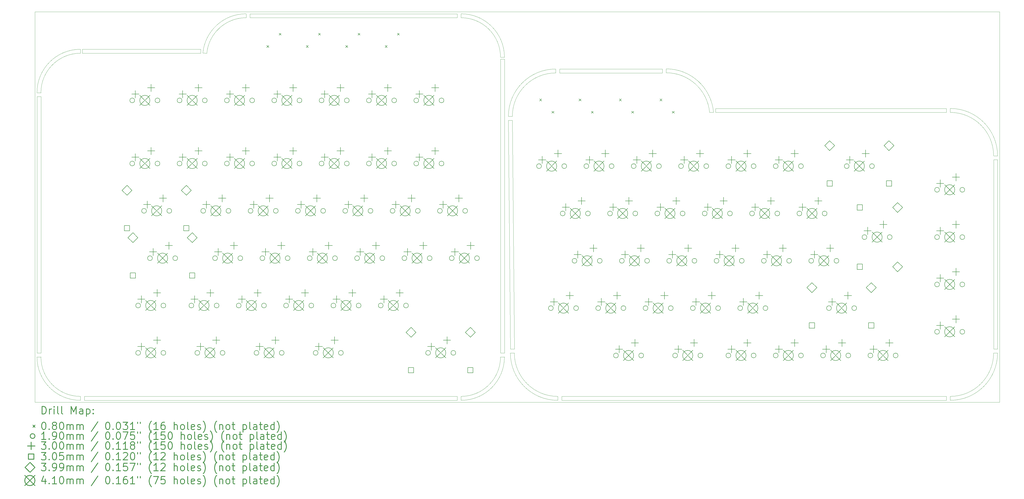
<source format=gbr>
%FSLAX45Y45*%
G04 Gerber Fmt 4.5, Leading zero omitted, Abs format (unit mm)*
G04 Created by KiCad (PCBNEW (5.1.5)-3) date 2021-06-27 16:27:39*
%MOMM*%
%LPD*%
G04 APERTURE LIST*
%TA.AperFunction,Profile*%
%ADD10C,0.050000*%
%TD*%
%ADD11C,0.200000*%
%ADD12C,0.300000*%
G04 APERTURE END LIST*
D10*
X1666875Y-4841875D02*
X40481250Y-4841875D01*
X1666875Y-20558125D02*
X1666875Y-4841875D01*
X40481250Y-20558125D02*
X1666875Y-20558125D01*
X40481250Y-4841875D02*
X40481250Y-20558125D01*
X8334375Y-6508750D02*
X3571875Y-6508750D01*
X8334375Y-6350000D02*
X8334375Y-6508750D01*
X3571875Y-6350000D02*
X8334375Y-6350000D01*
X3571875Y-6508750D02*
X3571875Y-6350000D01*
X8580379Y-6509538D02*
X8421616Y-6501940D01*
X10160000Y-5080000D02*
X10160000Y-4921250D01*
X8421616Y-6501940D02*
G75*
G02X10160000Y-4921250I1738384J-165560D01*
G01*
X8580379Y-6509538D02*
G75*
G02X10160000Y-5080000I1579622J-157962D01*
G01*
X20399375Y-6667500D02*
X20558125Y-6667500D01*
X18811875Y-4921250D02*
X18811875Y-5080000D01*
X18811875Y-4921250D02*
G75*
G02X20558125Y-6667500I0J-1746250D01*
G01*
X18811875Y-5080000D02*
G75*
G02X20399375Y-6667500I0J-1587500D01*
G01*
X10318750Y-5080000D02*
X18653125Y-5080000D01*
X10318750Y-4921250D02*
X10318750Y-5080000D01*
X18653125Y-4921250D02*
X10318750Y-4921250D01*
X18653125Y-5080000D02*
X18653125Y-4921250D01*
X20558125Y-18573750D02*
X20399375Y-18573750D01*
X20558125Y-6746875D02*
X20558125Y-18573750D01*
X20399375Y-6746875D02*
X20558125Y-6746875D01*
X20399375Y-18573750D02*
X20399375Y-6746875D01*
X3651250Y-20478750D02*
X3651250Y-20320000D01*
X18653125Y-20478750D02*
X3651250Y-20478750D01*
X18653125Y-20320000D02*
X18653125Y-20478750D01*
X3651250Y-20320000D02*
X18653125Y-20320000D01*
X1905000Y-8255000D02*
X1905000Y-18573750D01*
X1746250Y-8255000D02*
X1905000Y-8255000D01*
X1746250Y-18573750D02*
X1746250Y-8255000D01*
X1905000Y-18573750D02*
X1746250Y-18573750D01*
X1746250Y-8096250D02*
X1905000Y-8096250D01*
X3492500Y-6350000D02*
X3492500Y-6508750D01*
X1746250Y-8096250D02*
G75*
G02X3492500Y-6350000I1746250J0D01*
G01*
X1905000Y-8096250D02*
G75*
G02X3492500Y-6508750I1587500J0D01*
G01*
X1905000Y-18732500D02*
X1746250Y-18732500D01*
X3492500Y-20478750D02*
X3492500Y-20320000D01*
X3492500Y-20478750D02*
G75*
G02X1746250Y-18732500I0J1746250D01*
G01*
X3492500Y-20320000D02*
G75*
G02X1905000Y-18732500I0J1587500D01*
G01*
X18811875Y-20320000D02*
X18811875Y-20478750D01*
X20399375Y-18732500D02*
X20558125Y-18732500D01*
X20558125Y-18732500D02*
G75*
G02X18811875Y-20478750I-1746250J0D01*
G01*
X20399375Y-18732500D02*
G75*
G02X18811875Y-20320000I-1587500J0D01*
G01*
X29051250Y-8731250D02*
X38338125Y-8731250D01*
X29051250Y-8890000D02*
X29051250Y-8731250D01*
X38338125Y-8890000D02*
X29051250Y-8890000D01*
X38338125Y-8731250D02*
X38338125Y-8890000D01*
X40243125Y-10795000D02*
X40243125Y-18415000D01*
X40401875Y-10795000D02*
X40243125Y-10795000D01*
X40401875Y-18415000D02*
X40401875Y-10795000D01*
X40243125Y-18415000D02*
X40401875Y-18415000D01*
X38338125Y-20320000D02*
X22860000Y-20320000D01*
X38338125Y-20478750D02*
X38338125Y-20320000D01*
X22860000Y-20478750D02*
X38338125Y-20478750D01*
X22860000Y-20320000D02*
X22860000Y-20478750D01*
X20716875Y-9207500D02*
X20875625Y-9207500D01*
X20796250Y-18415000D02*
X20716875Y-9207500D01*
X20955000Y-18415000D02*
X20796250Y-18415000D01*
X20875625Y-9207500D02*
X20955000Y-18415000D01*
X26908125Y-7143750D02*
X22780625Y-7143750D01*
X26908125Y-7302500D02*
X26908125Y-7143750D01*
X22780625Y-7302500D02*
X26908125Y-7302500D01*
X22780625Y-7143750D02*
X22780625Y-7302500D01*
X28813125Y-8890000D02*
X28971875Y-8890000D01*
X27066875Y-7295299D02*
X27066875Y-7137147D01*
X27066875Y-7137147D02*
G75*
G02X28971875Y-8890000I0J-1911603D01*
G01*
X38496875Y-8890000D02*
X38496875Y-8731250D01*
X40243125Y-10636250D02*
X40401875Y-10636250D01*
X38496875Y-8731250D02*
G75*
G02X40401875Y-10636250I0J-1905000D01*
G01*
X38496875Y-20320000D02*
X38496875Y-20478750D01*
X40243125Y-18573750D02*
X40401875Y-18573750D01*
X40401875Y-18573750D02*
G75*
G02X38496875Y-20478750I-1905000J0D01*
G01*
X20955000Y-18573750D02*
X20796250Y-18573750D01*
X22701250Y-20478750D02*
X22701250Y-20320000D01*
X22701250Y-20478750D02*
G75*
G02X20796250Y-18573750I0J1905000D01*
G01*
X20875625Y-9048750D02*
X20716875Y-9048750D01*
X22621875Y-7302500D02*
X22621875Y-7143750D01*
X20716875Y-9048750D02*
G75*
G02X22621875Y-7143750I1905000J0D01*
G01*
X27066875Y-7295299D02*
G75*
G02X28813125Y-8890000I0J-1753451D01*
G01*
X38496875Y-8890000D02*
G75*
G02X40243125Y-10636250I0J-1746250D01*
G01*
X40243125Y-18573750D02*
G75*
G02X38496875Y-20320000I-1746250J0D01*
G01*
X22701250Y-20320000D02*
G75*
G02X20955000Y-18573750I0J1746250D01*
G01*
X20875625Y-9048750D02*
G75*
G02X22621875Y-7302500I1746250J0D01*
G01*
D11*
X15757113Y-6197387D02*
X15837113Y-6277387D01*
X15837113Y-6197387D02*
X15757113Y-6277387D01*
X23561787Y-8347187D02*
X23641787Y-8427187D01*
X23641787Y-8347187D02*
X23561787Y-8427187D01*
X25183246Y-8347187D02*
X25263246Y-8427187D01*
X25263246Y-8347187D02*
X25183246Y-8427187D01*
X25678221Y-8842162D02*
X25758221Y-8922162D01*
X25758221Y-8842162D02*
X25678221Y-8922162D01*
X14169613Y-6197387D02*
X14249613Y-6277387D01*
X14249613Y-6197387D02*
X14169613Y-6277387D01*
X14664588Y-5702412D02*
X14744588Y-5782412D01*
X14744588Y-5702412D02*
X14664588Y-5782412D01*
X26816162Y-8347187D02*
X26896162Y-8427187D01*
X26896162Y-8347187D02*
X26816162Y-8427187D01*
X27311137Y-8842162D02*
X27391137Y-8922162D01*
X27391137Y-8842162D02*
X27311137Y-8922162D01*
X21974287Y-8347187D02*
X22054287Y-8427187D01*
X22054287Y-8347187D02*
X21974287Y-8427187D01*
X22469262Y-8842162D02*
X22549262Y-8922162D01*
X22549262Y-8842162D02*
X22469262Y-8922162D01*
X16252088Y-5702412D02*
X16332088Y-5782412D01*
X16332088Y-5702412D02*
X16252088Y-5782412D01*
X12582113Y-6197387D02*
X12662113Y-6277387D01*
X12662113Y-6197387D02*
X12582113Y-6277387D01*
X13077088Y-5702412D02*
X13157088Y-5782412D01*
X13157088Y-5702412D02*
X13077088Y-5782412D01*
X10994613Y-6197387D02*
X11074613Y-6277387D01*
X11074613Y-6197387D02*
X10994613Y-6277387D01*
X11489588Y-5702412D02*
X11569588Y-5782412D01*
X11569588Y-5702412D02*
X11489588Y-5782412D01*
X24056762Y-8842162D02*
X24136762Y-8922162D01*
X24136762Y-8842162D02*
X24056762Y-8922162D01*
X24425025Y-16767175D02*
G75*
G03X24425025Y-16767175I-95000J0D01*
G01*
X25441025Y-16767175D02*
G75*
G03X25441025Y-16767175I-95000J0D01*
G01*
X28711275Y-12957175D02*
G75*
G03X28711275Y-12957175I-95000J0D01*
G01*
X29727275Y-12957175D02*
G75*
G03X29727275Y-12957175I-95000J0D01*
G01*
X27758775Y-11052175D02*
G75*
G03X27758775Y-11052175I-95000J0D01*
G01*
X28774775Y-11052175D02*
G75*
G03X28774775Y-11052175I-95000J0D01*
G01*
X31568775Y-18672175D02*
G75*
G03X31568775Y-18672175I-95000J0D01*
G01*
X32584775Y-18672175D02*
G75*
G03X32584775Y-18672175I-95000J0D01*
G01*
X12340975Y-12852400D02*
G75*
G03X12340975Y-12852400I-95000J0D01*
G01*
X13356975Y-12852400D02*
G75*
G03X13356975Y-12852400I-95000J0D01*
G01*
X16150975Y-12852400D02*
G75*
G03X16150975Y-12852400I-95000J0D01*
G01*
X17166975Y-12852400D02*
G75*
G03X17166975Y-12852400I-95000J0D01*
G01*
X11864725Y-16662400D02*
G75*
G03X11864725Y-16662400I-95000J0D01*
G01*
X12880725Y-16662400D02*
G75*
G03X12880725Y-16662400I-95000J0D01*
G01*
X11388475Y-10947400D02*
G75*
G03X11388475Y-10947400I-95000J0D01*
G01*
X12404475Y-10947400D02*
G75*
G03X12404475Y-10947400I-95000J0D01*
G01*
X9959725Y-16662400D02*
G75*
G03X9959725Y-16662400I-95000J0D01*
G01*
X10975725Y-16662400D02*
G75*
G03X10975725Y-16662400I-95000J0D01*
G01*
X13055350Y-18567400D02*
G75*
G03X13055350Y-18567400I-95000J0D01*
G01*
X14071350Y-18567400D02*
G75*
G03X14071350Y-18567400I-95000J0D01*
G01*
X26806275Y-12957175D02*
G75*
G03X26806275Y-12957175I-95000J0D01*
G01*
X27822275Y-12957175D02*
G75*
G03X27822275Y-12957175I-95000J0D01*
G01*
X23472525Y-14862175D02*
G75*
G03X23472525Y-14862175I-95000J0D01*
G01*
X24488525Y-14862175D02*
G75*
G03X24488525Y-14862175I-95000J0D01*
G01*
X27282525Y-14862175D02*
G75*
G03X27282525Y-14862175I-95000J0D01*
G01*
X28298525Y-14862175D02*
G75*
G03X28298525Y-14862175I-95000J0D01*
G01*
X17103475Y-10947400D02*
G75*
G03X17103475Y-10947400I-95000J0D01*
G01*
X18119475Y-10947400D02*
G75*
G03X18119475Y-10947400I-95000J0D01*
G01*
X33711900Y-16767175D02*
G75*
G03X33711900Y-16767175I-95000J0D01*
G01*
X34727900Y-16767175D02*
G75*
G03X34727900Y-16767175I-95000J0D01*
G01*
X5673475Y-8407400D02*
G75*
G03X5673475Y-8407400I-95000J0D01*
G01*
X6689475Y-8407400D02*
G75*
G03X6689475Y-8407400I-95000J0D01*
G01*
X5673475Y-10947400D02*
G75*
G03X5673475Y-10947400I-95000J0D01*
G01*
X6689475Y-10947400D02*
G75*
G03X6689475Y-10947400I-95000J0D01*
G01*
X5911600Y-16662400D02*
G75*
G03X5911600Y-16662400I-95000J0D01*
G01*
X6927600Y-16662400D02*
G75*
G03X6927600Y-16662400I-95000J0D01*
G01*
X11388475Y-8407400D02*
G75*
G03X11388475Y-8407400I-95000J0D01*
G01*
X12404475Y-8407400D02*
G75*
G03X12404475Y-8407400I-95000J0D01*
G01*
X38061650Y-17719675D02*
G75*
G03X38061650Y-17719675I-95000J0D01*
G01*
X39077650Y-17719675D02*
G75*
G03X39077650Y-17719675I-95000J0D01*
G01*
X30140025Y-16767175D02*
G75*
G03X30140025Y-16767175I-95000J0D01*
G01*
X31156025Y-16767175D02*
G75*
G03X31156025Y-16767175I-95000J0D01*
G01*
X25139400Y-18672175D02*
G75*
G03X25139400Y-18672175I-95000J0D01*
G01*
X26155400Y-18672175D02*
G75*
G03X26155400Y-18672175I-95000J0D01*
G01*
X29187525Y-14862175D02*
G75*
G03X29187525Y-14862175I-95000J0D01*
G01*
X30203525Y-14862175D02*
G75*
G03X30203525Y-14862175I-95000J0D01*
G01*
X32997525Y-14862175D02*
G75*
G03X32997525Y-14862175I-95000J0D01*
G01*
X34013525Y-14862175D02*
G75*
G03X34013525Y-14862175I-95000J0D01*
G01*
X23948775Y-11052175D02*
G75*
G03X23948775Y-11052175I-95000J0D01*
G01*
X24964775Y-11052175D02*
G75*
G03X24964775Y-11052175I-95000J0D01*
G01*
X22043775Y-11052175D02*
G75*
G03X22043775Y-11052175I-95000J0D01*
G01*
X23059775Y-11052175D02*
G75*
G03X23059775Y-11052175I-95000J0D01*
G01*
X15198475Y-10947400D02*
G75*
G03X15198475Y-10947400I-95000J0D01*
G01*
X16214475Y-10947400D02*
G75*
G03X16214475Y-10947400I-95000J0D01*
G01*
X10674100Y-18567400D02*
G75*
G03X10674100Y-18567400I-95000J0D01*
G01*
X11690100Y-18567400D02*
G75*
G03X11690100Y-18567400I-95000J0D01*
G01*
X17103475Y-8407400D02*
G75*
G03X17103475Y-8407400I-95000J0D01*
G01*
X18119475Y-8407400D02*
G75*
G03X18119475Y-8407400I-95000J0D01*
G01*
X9483475Y-10947400D02*
G75*
G03X9483475Y-10947400I-95000J0D01*
G01*
X10499475Y-10947400D02*
G75*
G03X10499475Y-10947400I-95000J0D01*
G01*
X10912225Y-14757400D02*
G75*
G03X10912225Y-14757400I-95000J0D01*
G01*
X11928225Y-14757400D02*
G75*
G03X11928225Y-14757400I-95000J0D01*
G01*
X15674725Y-16662400D02*
G75*
G03X15674725Y-16662400I-95000J0D01*
G01*
X16690725Y-16662400D02*
G75*
G03X16690725Y-16662400I-95000J0D01*
G01*
X9007225Y-14757400D02*
G75*
G03X9007225Y-14757400I-95000J0D01*
G01*
X10023225Y-14757400D02*
G75*
G03X10023225Y-14757400I-95000J0D01*
G01*
X30616275Y-12957175D02*
G75*
G03X30616275Y-12957175I-95000J0D01*
G01*
X31632275Y-12957175D02*
G75*
G03X31632275Y-12957175I-95000J0D01*
G01*
X18055975Y-12852400D02*
G75*
G03X18055975Y-12852400I-95000J0D01*
G01*
X19071975Y-12852400D02*
G75*
G03X19071975Y-12852400I-95000J0D01*
G01*
X31568775Y-11052175D02*
G75*
G03X31568775Y-11052175I-95000J0D01*
G01*
X32584775Y-11052175D02*
G75*
G03X32584775Y-11052175I-95000J0D01*
G01*
X27520650Y-18672175D02*
G75*
G03X27520650Y-18672175I-95000J0D01*
G01*
X28536650Y-18672175D02*
G75*
G03X28536650Y-18672175I-95000J0D01*
G01*
X29663775Y-18672175D02*
G75*
G03X29663775Y-18672175I-95000J0D01*
G01*
X30679775Y-18672175D02*
G75*
G03X30679775Y-18672175I-95000J0D01*
G01*
X22996275Y-12957175D02*
G75*
G03X22996275Y-12957175I-95000J0D01*
G01*
X24012275Y-12957175D02*
G75*
G03X24012275Y-12957175I-95000J0D01*
G01*
X13293475Y-10947400D02*
G75*
G03X13293475Y-10947400I-95000J0D01*
G01*
X14309475Y-10947400D02*
G75*
G03X14309475Y-10947400I-95000J0D01*
G01*
X6387850Y-14757400D02*
G75*
G03X6387850Y-14757400I-95000J0D01*
G01*
X7403850Y-14757400D02*
G75*
G03X7403850Y-14757400I-95000J0D01*
G01*
X16627225Y-14757400D02*
G75*
G03X16627225Y-14757400I-95000J0D01*
G01*
X17643225Y-14757400D02*
G75*
G03X17643225Y-14757400I-95000J0D01*
G01*
X9483475Y-8407400D02*
G75*
G03X9483475Y-8407400I-95000J0D01*
G01*
X10499475Y-8407400D02*
G75*
G03X10499475Y-8407400I-95000J0D01*
G01*
X7578475Y-8407400D02*
G75*
G03X7578475Y-8407400I-95000J0D01*
G01*
X8594475Y-8407400D02*
G75*
G03X8594475Y-8407400I-95000J0D01*
G01*
X17579725Y-18567400D02*
G75*
G03X17579725Y-18567400I-95000J0D01*
G01*
X18595725Y-18567400D02*
G75*
G03X18595725Y-18567400I-95000J0D01*
G01*
X38061650Y-15814675D02*
G75*
G03X38061650Y-15814675I-95000J0D01*
G01*
X39077650Y-15814675D02*
G75*
G03X39077650Y-15814675I-95000J0D01*
G01*
X22520025Y-16767175D02*
G75*
G03X22520025Y-16767175I-95000J0D01*
G01*
X23536025Y-16767175D02*
G75*
G03X23536025Y-16767175I-95000J0D01*
G01*
X14245975Y-12852400D02*
G75*
G03X14245975Y-12852400I-95000J0D01*
G01*
X15261975Y-12852400D02*
G75*
G03X15261975Y-12852400I-95000J0D01*
G01*
X26330025Y-16767175D02*
G75*
G03X26330025Y-16767175I-95000J0D01*
G01*
X27346025Y-16767175D02*
G75*
G03X27346025Y-16767175I-95000J0D01*
G01*
X34426275Y-11052175D02*
G75*
G03X34426275Y-11052175I-95000J0D01*
G01*
X35442275Y-11052175D02*
G75*
G03X35442275Y-11052175I-95000J0D01*
G01*
X25853775Y-11052175D02*
G75*
G03X25853775Y-11052175I-95000J0D01*
G01*
X26869775Y-11052175D02*
G75*
G03X26869775Y-11052175I-95000J0D01*
G01*
X35378775Y-18672175D02*
G75*
G03X35378775Y-18672175I-95000J0D01*
G01*
X36394775Y-18672175D02*
G75*
G03X36394775Y-18672175I-95000J0D01*
G01*
X31092525Y-14862175D02*
G75*
G03X31092525Y-14862175I-95000J0D01*
G01*
X32108525Y-14862175D02*
G75*
G03X32108525Y-14862175I-95000J0D01*
G01*
X7578475Y-10947400D02*
G75*
G03X7578475Y-10947400I-95000J0D01*
G01*
X8594475Y-10947400D02*
G75*
G03X8594475Y-10947400I-95000J0D01*
G01*
X18532225Y-14757400D02*
G75*
G03X18532225Y-14757400I-95000J0D01*
G01*
X19548225Y-14757400D02*
G75*
G03X19548225Y-14757400I-95000J0D01*
G01*
X14722225Y-14757400D02*
G75*
G03X14722225Y-14757400I-95000J0D01*
G01*
X15738225Y-14757400D02*
G75*
G03X15738225Y-14757400I-95000J0D01*
G01*
X5911600Y-18567400D02*
G75*
G03X5911600Y-18567400I-95000J0D01*
G01*
X6927600Y-18567400D02*
G75*
G03X6927600Y-18567400I-95000J0D01*
G01*
X13293475Y-8407400D02*
G75*
G03X13293475Y-8407400I-95000J0D01*
G01*
X14309475Y-8407400D02*
G75*
G03X14309475Y-8407400I-95000J0D01*
G01*
X15198475Y-8407400D02*
G75*
G03X15198475Y-8407400I-95000J0D01*
G01*
X16214475Y-8407400D02*
G75*
G03X16214475Y-8407400I-95000J0D01*
G01*
X28235025Y-16767175D02*
G75*
G03X28235025Y-16767175I-95000J0D01*
G01*
X29251025Y-16767175D02*
G75*
G03X29251025Y-16767175I-95000J0D01*
G01*
X32521275Y-12957175D02*
G75*
G03X32521275Y-12957175I-95000J0D01*
G01*
X33537275Y-12957175D02*
G75*
G03X33537275Y-12957175I-95000J0D01*
G01*
X29663775Y-11052175D02*
G75*
G03X29663775Y-11052175I-95000J0D01*
G01*
X30679775Y-11052175D02*
G75*
G03X30679775Y-11052175I-95000J0D01*
G01*
X8054725Y-16662400D02*
G75*
G03X8054725Y-16662400I-95000J0D01*
G01*
X9070725Y-16662400D02*
G75*
G03X9070725Y-16662400I-95000J0D01*
G01*
X8530975Y-12852400D02*
G75*
G03X8530975Y-12852400I-95000J0D01*
G01*
X9546975Y-12852400D02*
G75*
G03X9546975Y-12852400I-95000J0D01*
G01*
X12817225Y-14757400D02*
G75*
G03X12817225Y-14757400I-95000J0D01*
G01*
X13833225Y-14757400D02*
G75*
G03X13833225Y-14757400I-95000J0D01*
G01*
X6149725Y-12852400D02*
G75*
G03X6149725Y-12852400I-95000J0D01*
G01*
X7165725Y-12852400D02*
G75*
G03X7165725Y-12852400I-95000J0D01*
G01*
X8292850Y-18567400D02*
G75*
G03X8292850Y-18567400I-95000J0D01*
G01*
X9308850Y-18567400D02*
G75*
G03X9308850Y-18567400I-95000J0D01*
G01*
X38061650Y-12004675D02*
G75*
G03X38061650Y-12004675I-95000J0D01*
G01*
X39077650Y-12004675D02*
G75*
G03X39077650Y-12004675I-95000J0D01*
G01*
X24901275Y-12957175D02*
G75*
G03X24901275Y-12957175I-95000J0D01*
G01*
X25917275Y-12957175D02*
G75*
G03X25917275Y-12957175I-95000J0D01*
G01*
X38061650Y-13909675D02*
G75*
G03X38061650Y-13909675I-95000J0D01*
G01*
X39077650Y-13909675D02*
G75*
G03X39077650Y-13909675I-95000J0D01*
G01*
X35140650Y-13909675D02*
G75*
G03X35140650Y-13909675I-95000J0D01*
G01*
X36156650Y-13909675D02*
G75*
G03X36156650Y-13909675I-95000J0D01*
G01*
X33473775Y-18672175D02*
G75*
G03X33473775Y-18672175I-95000J0D01*
G01*
X34489775Y-18672175D02*
G75*
G03X34489775Y-18672175I-95000J0D01*
G01*
X13769725Y-16662400D02*
G75*
G03X13769725Y-16662400I-95000J0D01*
G01*
X14785725Y-16662400D02*
G75*
G03X14785725Y-16662400I-95000J0D01*
G01*
X10435975Y-12852400D02*
G75*
G03X10435975Y-12852400I-95000J0D01*
G01*
X11451975Y-12852400D02*
G75*
G03X11451975Y-12852400I-95000J0D01*
G01*
X25377525Y-14862175D02*
G75*
G03X25377525Y-14862175I-95000J0D01*
G01*
X26393525Y-14862175D02*
G75*
G03X26393525Y-14862175I-95000J0D01*
G01*
X24457025Y-16363175D02*
X24457025Y-16663175D01*
X24307025Y-16513175D02*
X24607025Y-16513175D01*
X25092025Y-16109175D02*
X25092025Y-16409175D01*
X24942025Y-16259175D02*
X25242025Y-16259175D01*
X28743275Y-12553175D02*
X28743275Y-12853175D01*
X28593275Y-12703175D02*
X28893275Y-12703175D01*
X29378275Y-12299175D02*
X29378275Y-12599175D01*
X29228275Y-12449175D02*
X29528275Y-12449175D01*
X27790775Y-10648175D02*
X27790775Y-10948175D01*
X27640775Y-10798175D02*
X27940775Y-10798175D01*
X28425775Y-10394175D02*
X28425775Y-10694175D01*
X28275775Y-10544175D02*
X28575775Y-10544175D01*
X31600775Y-18268175D02*
X31600775Y-18568175D01*
X31450775Y-18418175D02*
X31750775Y-18418175D01*
X32235775Y-18014175D02*
X32235775Y-18314175D01*
X32085775Y-18164175D02*
X32385775Y-18164175D01*
X12372975Y-12448400D02*
X12372975Y-12748400D01*
X12222975Y-12598400D02*
X12522975Y-12598400D01*
X13007975Y-12194400D02*
X13007975Y-12494400D01*
X12857975Y-12344400D02*
X13157975Y-12344400D01*
X16182975Y-12448400D02*
X16182975Y-12748400D01*
X16032975Y-12598400D02*
X16332975Y-12598400D01*
X16817975Y-12194400D02*
X16817975Y-12494400D01*
X16667975Y-12344400D02*
X16967975Y-12344400D01*
X11896725Y-16258400D02*
X11896725Y-16558400D01*
X11746725Y-16408400D02*
X12046725Y-16408400D01*
X12531725Y-16004400D02*
X12531725Y-16304400D01*
X12381725Y-16154400D02*
X12681725Y-16154400D01*
X11420475Y-10543400D02*
X11420475Y-10843400D01*
X11270475Y-10693400D02*
X11570475Y-10693400D01*
X12055475Y-10289400D02*
X12055475Y-10589400D01*
X11905475Y-10439400D02*
X12205475Y-10439400D01*
X9991725Y-16258400D02*
X9991725Y-16558400D01*
X9841725Y-16408400D02*
X10141725Y-16408400D01*
X10626725Y-16004400D02*
X10626725Y-16304400D01*
X10476725Y-16154400D02*
X10776725Y-16154400D01*
X13087350Y-18163400D02*
X13087350Y-18463400D01*
X12937350Y-18313400D02*
X13237350Y-18313400D01*
X13722350Y-17909400D02*
X13722350Y-18209400D01*
X13572350Y-18059400D02*
X13872350Y-18059400D01*
X26838275Y-12553175D02*
X26838275Y-12853175D01*
X26688275Y-12703175D02*
X26988275Y-12703175D01*
X27473275Y-12299175D02*
X27473275Y-12599175D01*
X27323275Y-12449175D02*
X27623275Y-12449175D01*
X23504525Y-14458175D02*
X23504525Y-14758175D01*
X23354525Y-14608175D02*
X23654525Y-14608175D01*
X24139525Y-14204175D02*
X24139525Y-14504175D01*
X23989525Y-14354175D02*
X24289525Y-14354175D01*
X27314525Y-14458175D02*
X27314525Y-14758175D01*
X27164525Y-14608175D02*
X27464525Y-14608175D01*
X27949525Y-14204175D02*
X27949525Y-14504175D01*
X27799525Y-14354175D02*
X28099525Y-14354175D01*
X17135475Y-10543400D02*
X17135475Y-10843400D01*
X16985475Y-10693400D02*
X17285475Y-10693400D01*
X17770475Y-10289400D02*
X17770475Y-10589400D01*
X17620475Y-10439400D02*
X17920475Y-10439400D01*
X33743900Y-16363175D02*
X33743900Y-16663175D01*
X33593900Y-16513175D02*
X33893900Y-16513175D01*
X34378900Y-16109175D02*
X34378900Y-16409175D01*
X34228900Y-16259175D02*
X34528900Y-16259175D01*
X5705475Y-8003400D02*
X5705475Y-8303400D01*
X5555475Y-8153400D02*
X5855475Y-8153400D01*
X6340475Y-7749400D02*
X6340475Y-8049400D01*
X6190475Y-7899400D02*
X6490475Y-7899400D01*
X5705475Y-10543400D02*
X5705475Y-10843400D01*
X5555475Y-10693400D02*
X5855475Y-10693400D01*
X6340475Y-10289400D02*
X6340475Y-10589400D01*
X6190475Y-10439400D02*
X6490475Y-10439400D01*
X5943600Y-16258400D02*
X5943600Y-16558400D01*
X5793600Y-16408400D02*
X6093600Y-16408400D01*
X6578600Y-16004400D02*
X6578600Y-16304400D01*
X6428600Y-16154400D02*
X6728600Y-16154400D01*
X11420475Y-8003400D02*
X11420475Y-8303400D01*
X11270475Y-8153400D02*
X11570475Y-8153400D01*
X12055475Y-7749400D02*
X12055475Y-8049400D01*
X11905475Y-7899400D02*
X12205475Y-7899400D01*
X38093650Y-17315675D02*
X38093650Y-17615675D01*
X37943650Y-17465675D02*
X38243650Y-17465675D01*
X38728650Y-17061675D02*
X38728650Y-17361675D01*
X38578650Y-17211675D02*
X38878650Y-17211675D01*
X30172025Y-16363175D02*
X30172025Y-16663175D01*
X30022025Y-16513175D02*
X30322025Y-16513175D01*
X30807025Y-16109175D02*
X30807025Y-16409175D01*
X30657025Y-16259175D02*
X30957025Y-16259175D01*
X25171400Y-18268175D02*
X25171400Y-18568175D01*
X25021400Y-18418175D02*
X25321400Y-18418175D01*
X25806400Y-18014175D02*
X25806400Y-18314175D01*
X25656400Y-18164175D02*
X25956400Y-18164175D01*
X29219525Y-14458175D02*
X29219525Y-14758175D01*
X29069525Y-14608175D02*
X29369525Y-14608175D01*
X29854525Y-14204175D02*
X29854525Y-14504175D01*
X29704525Y-14354175D02*
X30004525Y-14354175D01*
X33029525Y-14458175D02*
X33029525Y-14758175D01*
X32879525Y-14608175D02*
X33179525Y-14608175D01*
X33664525Y-14204175D02*
X33664525Y-14504175D01*
X33514525Y-14354175D02*
X33814525Y-14354175D01*
X23980775Y-10648175D02*
X23980775Y-10948175D01*
X23830775Y-10798175D02*
X24130775Y-10798175D01*
X24615775Y-10394175D02*
X24615775Y-10694175D01*
X24465775Y-10544175D02*
X24765775Y-10544175D01*
X22075775Y-10648175D02*
X22075775Y-10948175D01*
X21925775Y-10798175D02*
X22225775Y-10798175D01*
X22710775Y-10394175D02*
X22710775Y-10694175D01*
X22560775Y-10544175D02*
X22860775Y-10544175D01*
X15230475Y-10543400D02*
X15230475Y-10843400D01*
X15080475Y-10693400D02*
X15380475Y-10693400D01*
X15865475Y-10289400D02*
X15865475Y-10589400D01*
X15715475Y-10439400D02*
X16015475Y-10439400D01*
X10706100Y-18163400D02*
X10706100Y-18463400D01*
X10556100Y-18313400D02*
X10856100Y-18313400D01*
X11341100Y-17909400D02*
X11341100Y-18209400D01*
X11191100Y-18059400D02*
X11491100Y-18059400D01*
X17135475Y-8003400D02*
X17135475Y-8303400D01*
X16985475Y-8153400D02*
X17285475Y-8153400D01*
X17770475Y-7749400D02*
X17770475Y-8049400D01*
X17620475Y-7899400D02*
X17920475Y-7899400D01*
X9515475Y-10543400D02*
X9515475Y-10843400D01*
X9365475Y-10693400D02*
X9665475Y-10693400D01*
X10150475Y-10289400D02*
X10150475Y-10589400D01*
X10000475Y-10439400D02*
X10300475Y-10439400D01*
X10944225Y-14353400D02*
X10944225Y-14653400D01*
X10794225Y-14503400D02*
X11094225Y-14503400D01*
X11579225Y-14099400D02*
X11579225Y-14399400D01*
X11429225Y-14249400D02*
X11729225Y-14249400D01*
X15706725Y-16258400D02*
X15706725Y-16558400D01*
X15556725Y-16408400D02*
X15856725Y-16408400D01*
X16341725Y-16004400D02*
X16341725Y-16304400D01*
X16191725Y-16154400D02*
X16491725Y-16154400D01*
X9039225Y-14353400D02*
X9039225Y-14653400D01*
X8889225Y-14503400D02*
X9189225Y-14503400D01*
X9674225Y-14099400D02*
X9674225Y-14399400D01*
X9524225Y-14249400D02*
X9824225Y-14249400D01*
X30648275Y-12553175D02*
X30648275Y-12853175D01*
X30498275Y-12703175D02*
X30798275Y-12703175D01*
X31283275Y-12299175D02*
X31283275Y-12599175D01*
X31133275Y-12449175D02*
X31433275Y-12449175D01*
X18087975Y-12448400D02*
X18087975Y-12748400D01*
X17937975Y-12598400D02*
X18237975Y-12598400D01*
X18722975Y-12194400D02*
X18722975Y-12494400D01*
X18572975Y-12344400D02*
X18872975Y-12344400D01*
X31600775Y-10648175D02*
X31600775Y-10948175D01*
X31450775Y-10798175D02*
X31750775Y-10798175D01*
X32235775Y-10394175D02*
X32235775Y-10694175D01*
X32085775Y-10544175D02*
X32385775Y-10544175D01*
X27552650Y-18268175D02*
X27552650Y-18568175D01*
X27402650Y-18418175D02*
X27702650Y-18418175D01*
X28187650Y-18014175D02*
X28187650Y-18314175D01*
X28037650Y-18164175D02*
X28337650Y-18164175D01*
X29695775Y-18268175D02*
X29695775Y-18568175D01*
X29545775Y-18418175D02*
X29845775Y-18418175D01*
X30330775Y-18014175D02*
X30330775Y-18314175D01*
X30180775Y-18164175D02*
X30480775Y-18164175D01*
X23028275Y-12553175D02*
X23028275Y-12853175D01*
X22878275Y-12703175D02*
X23178275Y-12703175D01*
X23663275Y-12299175D02*
X23663275Y-12599175D01*
X23513275Y-12449175D02*
X23813275Y-12449175D01*
X13325475Y-10543400D02*
X13325475Y-10843400D01*
X13175475Y-10693400D02*
X13475475Y-10693400D01*
X13960475Y-10289400D02*
X13960475Y-10589400D01*
X13810475Y-10439400D02*
X14110475Y-10439400D01*
X6419850Y-14353400D02*
X6419850Y-14653400D01*
X6269850Y-14503400D02*
X6569850Y-14503400D01*
X7054850Y-14099400D02*
X7054850Y-14399400D01*
X6904850Y-14249400D02*
X7204850Y-14249400D01*
X16659225Y-14353400D02*
X16659225Y-14653400D01*
X16509225Y-14503400D02*
X16809225Y-14503400D01*
X17294225Y-14099400D02*
X17294225Y-14399400D01*
X17144225Y-14249400D02*
X17444225Y-14249400D01*
X9515475Y-8003400D02*
X9515475Y-8303400D01*
X9365475Y-8153400D02*
X9665475Y-8153400D01*
X10150475Y-7749400D02*
X10150475Y-8049400D01*
X10000475Y-7899400D02*
X10300475Y-7899400D01*
X7610475Y-8003400D02*
X7610475Y-8303400D01*
X7460475Y-8153400D02*
X7760475Y-8153400D01*
X8245475Y-7749400D02*
X8245475Y-8049400D01*
X8095475Y-7899400D02*
X8395475Y-7899400D01*
X17611725Y-18163400D02*
X17611725Y-18463400D01*
X17461725Y-18313400D02*
X17761725Y-18313400D01*
X18246725Y-17909400D02*
X18246725Y-18209400D01*
X18096725Y-18059400D02*
X18396725Y-18059400D01*
X38093650Y-15410675D02*
X38093650Y-15710675D01*
X37943650Y-15560675D02*
X38243650Y-15560675D01*
X38728650Y-15156675D02*
X38728650Y-15456675D01*
X38578650Y-15306675D02*
X38878650Y-15306675D01*
X22552025Y-16363175D02*
X22552025Y-16663175D01*
X22402025Y-16513175D02*
X22702025Y-16513175D01*
X23187025Y-16109175D02*
X23187025Y-16409175D01*
X23037025Y-16259175D02*
X23337025Y-16259175D01*
X14277975Y-12448400D02*
X14277975Y-12748400D01*
X14127975Y-12598400D02*
X14427975Y-12598400D01*
X14912975Y-12194400D02*
X14912975Y-12494400D01*
X14762975Y-12344400D02*
X15062975Y-12344400D01*
X26362025Y-16363175D02*
X26362025Y-16663175D01*
X26212025Y-16513175D02*
X26512025Y-16513175D01*
X26997025Y-16109175D02*
X26997025Y-16409175D01*
X26847025Y-16259175D02*
X27147025Y-16259175D01*
X34458275Y-10648175D02*
X34458275Y-10948175D01*
X34308275Y-10798175D02*
X34608275Y-10798175D01*
X35093275Y-10394175D02*
X35093275Y-10694175D01*
X34943275Y-10544175D02*
X35243275Y-10544175D01*
X25885775Y-10648175D02*
X25885775Y-10948175D01*
X25735775Y-10798175D02*
X26035775Y-10798175D01*
X26520775Y-10394175D02*
X26520775Y-10694175D01*
X26370775Y-10544175D02*
X26670775Y-10544175D01*
X35410775Y-18268175D02*
X35410775Y-18568175D01*
X35260775Y-18418175D02*
X35560775Y-18418175D01*
X36045775Y-18014175D02*
X36045775Y-18314175D01*
X35895775Y-18164175D02*
X36195775Y-18164175D01*
X31124525Y-14458175D02*
X31124525Y-14758175D01*
X30974525Y-14608175D02*
X31274525Y-14608175D01*
X31759525Y-14204175D02*
X31759525Y-14504175D01*
X31609525Y-14354175D02*
X31909525Y-14354175D01*
X7610475Y-10543400D02*
X7610475Y-10843400D01*
X7460475Y-10693400D02*
X7760475Y-10693400D01*
X8245475Y-10289400D02*
X8245475Y-10589400D01*
X8095475Y-10439400D02*
X8395475Y-10439400D01*
X18564225Y-14353400D02*
X18564225Y-14653400D01*
X18414225Y-14503400D02*
X18714225Y-14503400D01*
X19199225Y-14099400D02*
X19199225Y-14399400D01*
X19049225Y-14249400D02*
X19349225Y-14249400D01*
X14754225Y-14353400D02*
X14754225Y-14653400D01*
X14604225Y-14503400D02*
X14904225Y-14503400D01*
X15389225Y-14099400D02*
X15389225Y-14399400D01*
X15239225Y-14249400D02*
X15539225Y-14249400D01*
X5943600Y-18163400D02*
X5943600Y-18463400D01*
X5793600Y-18313400D02*
X6093600Y-18313400D01*
X6578600Y-17909400D02*
X6578600Y-18209400D01*
X6428600Y-18059400D02*
X6728600Y-18059400D01*
X13325475Y-8003400D02*
X13325475Y-8303400D01*
X13175475Y-8153400D02*
X13475475Y-8153400D01*
X13960475Y-7749400D02*
X13960475Y-8049400D01*
X13810475Y-7899400D02*
X14110475Y-7899400D01*
X15230475Y-8003400D02*
X15230475Y-8303400D01*
X15080475Y-8153400D02*
X15380475Y-8153400D01*
X15865475Y-7749400D02*
X15865475Y-8049400D01*
X15715475Y-7899400D02*
X16015475Y-7899400D01*
X28267025Y-16363175D02*
X28267025Y-16663175D01*
X28117025Y-16513175D02*
X28417025Y-16513175D01*
X28902025Y-16109175D02*
X28902025Y-16409175D01*
X28752025Y-16259175D02*
X29052025Y-16259175D01*
X32553275Y-12553175D02*
X32553275Y-12853175D01*
X32403275Y-12703175D02*
X32703275Y-12703175D01*
X33188275Y-12299175D02*
X33188275Y-12599175D01*
X33038275Y-12449175D02*
X33338275Y-12449175D01*
X29695775Y-10648175D02*
X29695775Y-10948175D01*
X29545775Y-10798175D02*
X29845775Y-10798175D01*
X30330775Y-10394175D02*
X30330775Y-10694175D01*
X30180775Y-10544175D02*
X30480775Y-10544175D01*
X8086725Y-16258400D02*
X8086725Y-16558400D01*
X7936725Y-16408400D02*
X8236725Y-16408400D01*
X8721725Y-16004400D02*
X8721725Y-16304400D01*
X8571725Y-16154400D02*
X8871725Y-16154400D01*
X8562975Y-12448400D02*
X8562975Y-12748400D01*
X8412975Y-12598400D02*
X8712975Y-12598400D01*
X9197975Y-12194400D02*
X9197975Y-12494400D01*
X9047975Y-12344400D02*
X9347975Y-12344400D01*
X12849225Y-14353400D02*
X12849225Y-14653400D01*
X12699225Y-14503400D02*
X12999225Y-14503400D01*
X13484225Y-14099400D02*
X13484225Y-14399400D01*
X13334225Y-14249400D02*
X13634225Y-14249400D01*
X6181725Y-12448400D02*
X6181725Y-12748400D01*
X6031725Y-12598400D02*
X6331725Y-12598400D01*
X6816725Y-12194400D02*
X6816725Y-12494400D01*
X6666725Y-12344400D02*
X6966725Y-12344400D01*
X8324850Y-18163400D02*
X8324850Y-18463400D01*
X8174850Y-18313400D02*
X8474850Y-18313400D01*
X8959850Y-17909400D02*
X8959850Y-18209400D01*
X8809850Y-18059400D02*
X9109850Y-18059400D01*
X38093650Y-11600675D02*
X38093650Y-11900675D01*
X37943650Y-11750675D02*
X38243650Y-11750675D01*
X38728650Y-11346675D02*
X38728650Y-11646675D01*
X38578650Y-11496675D02*
X38878650Y-11496675D01*
X24933275Y-12553175D02*
X24933275Y-12853175D01*
X24783275Y-12703175D02*
X25083275Y-12703175D01*
X25568275Y-12299175D02*
X25568275Y-12599175D01*
X25418275Y-12449175D02*
X25718275Y-12449175D01*
X38093650Y-13505675D02*
X38093650Y-13805675D01*
X37943650Y-13655675D02*
X38243650Y-13655675D01*
X38728650Y-13251675D02*
X38728650Y-13551675D01*
X38578650Y-13401675D02*
X38878650Y-13401675D01*
X35172650Y-13505675D02*
X35172650Y-13805675D01*
X35022650Y-13655675D02*
X35322650Y-13655675D01*
X35807650Y-13251675D02*
X35807650Y-13551675D01*
X35657650Y-13401675D02*
X35957650Y-13401675D01*
X33505775Y-18268175D02*
X33505775Y-18568175D01*
X33355775Y-18418175D02*
X33655775Y-18418175D01*
X34140775Y-18014175D02*
X34140775Y-18314175D01*
X33990775Y-18164175D02*
X34290775Y-18164175D01*
X13801725Y-16258400D02*
X13801725Y-16558400D01*
X13651725Y-16408400D02*
X13951725Y-16408400D01*
X14436725Y-16004400D02*
X14436725Y-16304400D01*
X14286725Y-16154400D02*
X14586725Y-16154400D01*
X10467975Y-12448400D02*
X10467975Y-12748400D01*
X10317975Y-12598400D02*
X10617975Y-12598400D01*
X11102975Y-12194400D02*
X11102975Y-12494400D01*
X10952975Y-12344400D02*
X11252975Y-12344400D01*
X25409525Y-14458175D02*
X25409525Y-14758175D01*
X25259525Y-14608175D02*
X25559525Y-14608175D01*
X26044525Y-14204175D02*
X26044525Y-14504175D01*
X25894525Y-14354175D02*
X26194525Y-14354175D01*
X16906689Y-19373664D02*
X16906689Y-19158136D01*
X16691161Y-19158136D01*
X16691161Y-19373664D01*
X16906689Y-19373664D01*
X19294289Y-19373664D02*
X19294289Y-19158136D01*
X19078761Y-19158136D01*
X19078761Y-19373664D01*
X19294289Y-19373664D01*
X33038864Y-17573439D02*
X33038864Y-17357911D01*
X32823336Y-17357911D01*
X32823336Y-17573439D01*
X33038864Y-17573439D01*
X35426464Y-17573439D02*
X35426464Y-17357911D01*
X35210936Y-17357911D01*
X35210936Y-17573439D01*
X35426464Y-17573439D01*
X5714814Y-15563664D02*
X5714814Y-15348136D01*
X5499286Y-15348136D01*
X5499286Y-15563664D01*
X5714814Y-15563664D01*
X8102414Y-15563664D02*
X8102414Y-15348136D01*
X7886886Y-15348136D01*
X7886886Y-15563664D01*
X8102414Y-15563664D01*
X5476689Y-13658664D02*
X5476689Y-13443136D01*
X5261161Y-13443136D01*
X5261161Y-13658664D01*
X5476689Y-13658664D01*
X7864289Y-13658664D02*
X7864289Y-13443136D01*
X7648761Y-13443136D01*
X7648761Y-13658664D01*
X7864289Y-13658664D01*
X34962914Y-12823639D02*
X34962914Y-12608111D01*
X34747386Y-12608111D01*
X34747386Y-12823639D01*
X34962914Y-12823639D01*
X34962914Y-15211239D02*
X34962914Y-14995711D01*
X34747386Y-14995711D01*
X34747386Y-15211239D01*
X34962914Y-15211239D01*
X33753239Y-11858439D02*
X33753239Y-11642911D01*
X33537711Y-11642911D01*
X33537711Y-11858439D01*
X33753239Y-11858439D01*
X36140839Y-11858439D02*
X36140839Y-11642911D01*
X35925311Y-11642911D01*
X35925311Y-11858439D01*
X36140839Y-11858439D01*
X5368925Y-12226290D02*
X5568315Y-12026900D01*
X5368925Y-11827510D01*
X5169535Y-12026900D01*
X5368925Y-12226290D01*
X7756525Y-12226290D02*
X7955915Y-12026900D01*
X7756525Y-11827510D01*
X7557135Y-12026900D01*
X7756525Y-12226290D01*
X36379150Y-12915265D02*
X36578540Y-12715875D01*
X36379150Y-12516485D01*
X36179760Y-12715875D01*
X36379150Y-12915265D01*
X36379150Y-15302865D02*
X36578540Y-15103475D01*
X36379150Y-14904085D01*
X36179760Y-15103475D01*
X36379150Y-15302865D01*
X33645475Y-10426065D02*
X33844865Y-10226675D01*
X33645475Y-10027285D01*
X33446085Y-10226675D01*
X33645475Y-10426065D01*
X36033075Y-10426065D02*
X36232465Y-10226675D01*
X36033075Y-10027285D01*
X35833685Y-10226675D01*
X36033075Y-10426065D01*
X16798925Y-17941290D02*
X16998315Y-17741900D01*
X16798925Y-17542510D01*
X16599535Y-17741900D01*
X16798925Y-17941290D01*
X19186525Y-17941290D02*
X19385915Y-17741900D01*
X19186525Y-17542510D01*
X18987135Y-17741900D01*
X19186525Y-17941290D01*
X32931100Y-16141065D02*
X33130490Y-15941675D01*
X32931100Y-15742285D01*
X32731710Y-15941675D01*
X32931100Y-16141065D01*
X35318700Y-16141065D02*
X35518090Y-15941675D01*
X35318700Y-15742285D01*
X35119310Y-15941675D01*
X35318700Y-16141065D01*
X5607050Y-14131290D02*
X5806440Y-13931900D01*
X5607050Y-13732510D01*
X5407660Y-13931900D01*
X5607050Y-14131290D01*
X7994650Y-14131290D02*
X8194040Y-13931900D01*
X7994650Y-13732510D01*
X7795260Y-13931900D01*
X7994650Y-14131290D01*
X8262725Y-16457400D02*
X8672725Y-16867400D01*
X8672725Y-16457400D02*
X8262725Y-16867400D01*
X8672725Y-16662400D02*
G75*
G03X8672725Y-16662400I-205000J0D01*
G01*
X8738975Y-12647400D02*
X9148975Y-13057400D01*
X9148975Y-12647400D02*
X8738975Y-13057400D01*
X9148975Y-12852400D02*
G75*
G03X9148975Y-12852400I-205000J0D01*
G01*
X13025225Y-14552400D02*
X13435225Y-14962400D01*
X13435225Y-14552400D02*
X13025225Y-14962400D01*
X13435225Y-14757400D02*
G75*
G03X13435225Y-14757400I-205000J0D01*
G01*
X6357725Y-12647400D02*
X6767725Y-13057400D01*
X6767725Y-12647400D02*
X6357725Y-13057400D01*
X6767725Y-12852400D02*
G75*
G03X6767725Y-12852400I-205000J0D01*
G01*
X8500850Y-18362400D02*
X8910850Y-18772400D01*
X8910850Y-18362400D02*
X8500850Y-18772400D01*
X8910850Y-18567400D02*
G75*
G03X8910850Y-18567400I-205000J0D01*
G01*
X38269650Y-11799675D02*
X38679650Y-12209675D01*
X38679650Y-11799675D02*
X38269650Y-12209675D01*
X38679650Y-12004675D02*
G75*
G03X38679650Y-12004675I-205000J0D01*
G01*
X25109275Y-12752175D02*
X25519275Y-13162175D01*
X25519275Y-12752175D02*
X25109275Y-13162175D01*
X25519275Y-12957175D02*
G75*
G03X25519275Y-12957175I-205000J0D01*
G01*
X38269650Y-13704675D02*
X38679650Y-14114675D01*
X38679650Y-13704675D02*
X38269650Y-14114675D01*
X38679650Y-13909675D02*
G75*
G03X38679650Y-13909675I-205000J0D01*
G01*
X35348650Y-13704675D02*
X35758650Y-14114675D01*
X35758650Y-13704675D02*
X35348650Y-14114675D01*
X35758650Y-13909675D02*
G75*
G03X35758650Y-13909675I-205000J0D01*
G01*
X33681775Y-18467175D02*
X34091775Y-18877175D01*
X34091775Y-18467175D02*
X33681775Y-18877175D01*
X34091775Y-18672175D02*
G75*
G03X34091775Y-18672175I-205000J0D01*
G01*
X13977725Y-16457400D02*
X14387725Y-16867400D01*
X14387725Y-16457400D02*
X13977725Y-16867400D01*
X14387725Y-16662400D02*
G75*
G03X14387725Y-16662400I-205000J0D01*
G01*
X10643975Y-12647400D02*
X11053975Y-13057400D01*
X11053975Y-12647400D02*
X10643975Y-13057400D01*
X11053975Y-12852400D02*
G75*
G03X11053975Y-12852400I-205000J0D01*
G01*
X25585525Y-14657175D02*
X25995525Y-15067175D01*
X25995525Y-14657175D02*
X25585525Y-15067175D01*
X25995525Y-14862175D02*
G75*
G03X25995525Y-14862175I-205000J0D01*
G01*
X24633025Y-16562175D02*
X25043025Y-16972175D01*
X25043025Y-16562175D02*
X24633025Y-16972175D01*
X25043025Y-16767175D02*
G75*
G03X25043025Y-16767175I-205000J0D01*
G01*
X28919275Y-12752175D02*
X29329275Y-13162175D01*
X29329275Y-12752175D02*
X28919275Y-13162175D01*
X29329275Y-12957175D02*
G75*
G03X29329275Y-12957175I-205000J0D01*
G01*
X27966775Y-10847175D02*
X28376775Y-11257175D01*
X28376775Y-10847175D02*
X27966775Y-11257175D01*
X28376775Y-11052175D02*
G75*
G03X28376775Y-11052175I-205000J0D01*
G01*
X31776775Y-18467175D02*
X32186775Y-18877175D01*
X32186775Y-18467175D02*
X31776775Y-18877175D01*
X32186775Y-18672175D02*
G75*
G03X32186775Y-18672175I-205000J0D01*
G01*
X12548975Y-12647400D02*
X12958975Y-13057400D01*
X12958975Y-12647400D02*
X12548975Y-13057400D01*
X12958975Y-12852400D02*
G75*
G03X12958975Y-12852400I-205000J0D01*
G01*
X16358975Y-12647400D02*
X16768975Y-13057400D01*
X16768975Y-12647400D02*
X16358975Y-13057400D01*
X16768975Y-12852400D02*
G75*
G03X16768975Y-12852400I-205000J0D01*
G01*
X12072725Y-16457400D02*
X12482725Y-16867400D01*
X12482725Y-16457400D02*
X12072725Y-16867400D01*
X12482725Y-16662400D02*
G75*
G03X12482725Y-16662400I-205000J0D01*
G01*
X11596475Y-10742400D02*
X12006475Y-11152400D01*
X12006475Y-10742400D02*
X11596475Y-11152400D01*
X12006475Y-10947400D02*
G75*
G03X12006475Y-10947400I-205000J0D01*
G01*
X10167725Y-16457400D02*
X10577725Y-16867400D01*
X10577725Y-16457400D02*
X10167725Y-16867400D01*
X10577725Y-16662400D02*
G75*
G03X10577725Y-16662400I-205000J0D01*
G01*
X13263350Y-18362400D02*
X13673350Y-18772400D01*
X13673350Y-18362400D02*
X13263350Y-18772400D01*
X13673350Y-18567400D02*
G75*
G03X13673350Y-18567400I-205000J0D01*
G01*
X27014275Y-12752175D02*
X27424275Y-13162175D01*
X27424275Y-12752175D02*
X27014275Y-13162175D01*
X27424275Y-12957175D02*
G75*
G03X27424275Y-12957175I-205000J0D01*
G01*
X23680525Y-14657175D02*
X24090525Y-15067175D01*
X24090525Y-14657175D02*
X23680525Y-15067175D01*
X24090525Y-14862175D02*
G75*
G03X24090525Y-14862175I-205000J0D01*
G01*
X27490525Y-14657175D02*
X27900525Y-15067175D01*
X27900525Y-14657175D02*
X27490525Y-15067175D01*
X27900525Y-14862175D02*
G75*
G03X27900525Y-14862175I-205000J0D01*
G01*
X17311475Y-10742400D02*
X17721475Y-11152400D01*
X17721475Y-10742400D02*
X17311475Y-11152400D01*
X17721475Y-10947400D02*
G75*
G03X17721475Y-10947400I-205000J0D01*
G01*
X33919900Y-16562175D02*
X34329900Y-16972175D01*
X34329900Y-16562175D02*
X33919900Y-16972175D01*
X34329900Y-16767175D02*
G75*
G03X34329900Y-16767175I-205000J0D01*
G01*
X5881475Y-8202400D02*
X6291475Y-8612400D01*
X6291475Y-8202400D02*
X5881475Y-8612400D01*
X6291475Y-8407400D02*
G75*
G03X6291475Y-8407400I-205000J0D01*
G01*
X5881475Y-10742400D02*
X6291475Y-11152400D01*
X6291475Y-10742400D02*
X5881475Y-11152400D01*
X6291475Y-10947400D02*
G75*
G03X6291475Y-10947400I-205000J0D01*
G01*
X6119600Y-16457400D02*
X6529600Y-16867400D01*
X6529600Y-16457400D02*
X6119600Y-16867400D01*
X6529600Y-16662400D02*
G75*
G03X6529600Y-16662400I-205000J0D01*
G01*
X11596475Y-8202400D02*
X12006475Y-8612400D01*
X12006475Y-8202400D02*
X11596475Y-8612400D01*
X12006475Y-8407400D02*
G75*
G03X12006475Y-8407400I-205000J0D01*
G01*
X38269650Y-17514675D02*
X38679650Y-17924675D01*
X38679650Y-17514675D02*
X38269650Y-17924675D01*
X38679650Y-17719675D02*
G75*
G03X38679650Y-17719675I-205000J0D01*
G01*
X30348025Y-16562175D02*
X30758025Y-16972175D01*
X30758025Y-16562175D02*
X30348025Y-16972175D01*
X30758025Y-16767175D02*
G75*
G03X30758025Y-16767175I-205000J0D01*
G01*
X25347400Y-18467175D02*
X25757400Y-18877175D01*
X25757400Y-18467175D02*
X25347400Y-18877175D01*
X25757400Y-18672175D02*
G75*
G03X25757400Y-18672175I-205000J0D01*
G01*
X29395525Y-14657175D02*
X29805525Y-15067175D01*
X29805525Y-14657175D02*
X29395525Y-15067175D01*
X29805525Y-14862175D02*
G75*
G03X29805525Y-14862175I-205000J0D01*
G01*
X33205525Y-14657175D02*
X33615525Y-15067175D01*
X33615525Y-14657175D02*
X33205525Y-15067175D01*
X33615525Y-14862175D02*
G75*
G03X33615525Y-14862175I-205000J0D01*
G01*
X24156775Y-10847175D02*
X24566775Y-11257175D01*
X24566775Y-10847175D02*
X24156775Y-11257175D01*
X24566775Y-11052175D02*
G75*
G03X24566775Y-11052175I-205000J0D01*
G01*
X22251775Y-10847175D02*
X22661775Y-11257175D01*
X22661775Y-10847175D02*
X22251775Y-11257175D01*
X22661775Y-11052175D02*
G75*
G03X22661775Y-11052175I-205000J0D01*
G01*
X15406475Y-10742400D02*
X15816475Y-11152400D01*
X15816475Y-10742400D02*
X15406475Y-11152400D01*
X15816475Y-10947400D02*
G75*
G03X15816475Y-10947400I-205000J0D01*
G01*
X10882100Y-18362400D02*
X11292100Y-18772400D01*
X11292100Y-18362400D02*
X10882100Y-18772400D01*
X11292100Y-18567400D02*
G75*
G03X11292100Y-18567400I-205000J0D01*
G01*
X17311475Y-8202400D02*
X17721475Y-8612400D01*
X17721475Y-8202400D02*
X17311475Y-8612400D01*
X17721475Y-8407400D02*
G75*
G03X17721475Y-8407400I-205000J0D01*
G01*
X9691475Y-10742400D02*
X10101475Y-11152400D01*
X10101475Y-10742400D02*
X9691475Y-11152400D01*
X10101475Y-10947400D02*
G75*
G03X10101475Y-10947400I-205000J0D01*
G01*
X11120225Y-14552400D02*
X11530225Y-14962400D01*
X11530225Y-14552400D02*
X11120225Y-14962400D01*
X11530225Y-14757400D02*
G75*
G03X11530225Y-14757400I-205000J0D01*
G01*
X15882725Y-16457400D02*
X16292725Y-16867400D01*
X16292725Y-16457400D02*
X15882725Y-16867400D01*
X16292725Y-16662400D02*
G75*
G03X16292725Y-16662400I-205000J0D01*
G01*
X9215225Y-14552400D02*
X9625225Y-14962400D01*
X9625225Y-14552400D02*
X9215225Y-14962400D01*
X9625225Y-14757400D02*
G75*
G03X9625225Y-14757400I-205000J0D01*
G01*
X30824275Y-12752175D02*
X31234275Y-13162175D01*
X31234275Y-12752175D02*
X30824275Y-13162175D01*
X31234275Y-12957175D02*
G75*
G03X31234275Y-12957175I-205000J0D01*
G01*
X18263975Y-12647400D02*
X18673975Y-13057400D01*
X18673975Y-12647400D02*
X18263975Y-13057400D01*
X18673975Y-12852400D02*
G75*
G03X18673975Y-12852400I-205000J0D01*
G01*
X31776775Y-10847175D02*
X32186775Y-11257175D01*
X32186775Y-10847175D02*
X31776775Y-11257175D01*
X32186775Y-11052175D02*
G75*
G03X32186775Y-11052175I-205000J0D01*
G01*
X27728650Y-18467175D02*
X28138650Y-18877175D01*
X28138650Y-18467175D02*
X27728650Y-18877175D01*
X28138650Y-18672175D02*
G75*
G03X28138650Y-18672175I-205000J0D01*
G01*
X29871775Y-18467175D02*
X30281775Y-18877175D01*
X30281775Y-18467175D02*
X29871775Y-18877175D01*
X30281775Y-18672175D02*
G75*
G03X30281775Y-18672175I-205000J0D01*
G01*
X23204275Y-12752175D02*
X23614275Y-13162175D01*
X23614275Y-12752175D02*
X23204275Y-13162175D01*
X23614275Y-12957175D02*
G75*
G03X23614275Y-12957175I-205000J0D01*
G01*
X13501475Y-10742400D02*
X13911475Y-11152400D01*
X13911475Y-10742400D02*
X13501475Y-11152400D01*
X13911475Y-10947400D02*
G75*
G03X13911475Y-10947400I-205000J0D01*
G01*
X6595850Y-14552400D02*
X7005850Y-14962400D01*
X7005850Y-14552400D02*
X6595850Y-14962400D01*
X7005850Y-14757400D02*
G75*
G03X7005850Y-14757400I-205000J0D01*
G01*
X16835225Y-14552400D02*
X17245225Y-14962400D01*
X17245225Y-14552400D02*
X16835225Y-14962400D01*
X17245225Y-14757400D02*
G75*
G03X17245225Y-14757400I-205000J0D01*
G01*
X9691475Y-8202400D02*
X10101475Y-8612400D01*
X10101475Y-8202400D02*
X9691475Y-8612400D01*
X10101475Y-8407400D02*
G75*
G03X10101475Y-8407400I-205000J0D01*
G01*
X7786475Y-8202400D02*
X8196475Y-8612400D01*
X8196475Y-8202400D02*
X7786475Y-8612400D01*
X8196475Y-8407400D02*
G75*
G03X8196475Y-8407400I-205000J0D01*
G01*
X17787725Y-18362400D02*
X18197725Y-18772400D01*
X18197725Y-18362400D02*
X17787725Y-18772400D01*
X18197725Y-18567400D02*
G75*
G03X18197725Y-18567400I-205000J0D01*
G01*
X38269650Y-15609675D02*
X38679650Y-16019675D01*
X38679650Y-15609675D02*
X38269650Y-16019675D01*
X38679650Y-15814675D02*
G75*
G03X38679650Y-15814675I-205000J0D01*
G01*
X22728025Y-16562175D02*
X23138025Y-16972175D01*
X23138025Y-16562175D02*
X22728025Y-16972175D01*
X23138025Y-16767175D02*
G75*
G03X23138025Y-16767175I-205000J0D01*
G01*
X14453975Y-12647400D02*
X14863975Y-13057400D01*
X14863975Y-12647400D02*
X14453975Y-13057400D01*
X14863975Y-12852400D02*
G75*
G03X14863975Y-12852400I-205000J0D01*
G01*
X26538025Y-16562175D02*
X26948025Y-16972175D01*
X26948025Y-16562175D02*
X26538025Y-16972175D01*
X26948025Y-16767175D02*
G75*
G03X26948025Y-16767175I-205000J0D01*
G01*
X34634275Y-10847175D02*
X35044275Y-11257175D01*
X35044275Y-10847175D02*
X34634275Y-11257175D01*
X35044275Y-11052175D02*
G75*
G03X35044275Y-11052175I-205000J0D01*
G01*
X26061775Y-10847175D02*
X26471775Y-11257175D01*
X26471775Y-10847175D02*
X26061775Y-11257175D01*
X26471775Y-11052175D02*
G75*
G03X26471775Y-11052175I-205000J0D01*
G01*
X35586775Y-18467175D02*
X35996775Y-18877175D01*
X35996775Y-18467175D02*
X35586775Y-18877175D01*
X35996775Y-18672175D02*
G75*
G03X35996775Y-18672175I-205000J0D01*
G01*
X31300525Y-14657175D02*
X31710525Y-15067175D01*
X31710525Y-14657175D02*
X31300525Y-15067175D01*
X31710525Y-14862175D02*
G75*
G03X31710525Y-14862175I-205000J0D01*
G01*
X7786475Y-10742400D02*
X8196475Y-11152400D01*
X8196475Y-10742400D02*
X7786475Y-11152400D01*
X8196475Y-10947400D02*
G75*
G03X8196475Y-10947400I-205000J0D01*
G01*
X18740225Y-14552400D02*
X19150225Y-14962400D01*
X19150225Y-14552400D02*
X18740225Y-14962400D01*
X19150225Y-14757400D02*
G75*
G03X19150225Y-14757400I-205000J0D01*
G01*
X14930225Y-14552400D02*
X15340225Y-14962400D01*
X15340225Y-14552400D02*
X14930225Y-14962400D01*
X15340225Y-14757400D02*
G75*
G03X15340225Y-14757400I-205000J0D01*
G01*
X6119600Y-18362400D02*
X6529600Y-18772400D01*
X6529600Y-18362400D02*
X6119600Y-18772400D01*
X6529600Y-18567400D02*
G75*
G03X6529600Y-18567400I-205000J0D01*
G01*
X13501475Y-8202400D02*
X13911475Y-8612400D01*
X13911475Y-8202400D02*
X13501475Y-8612400D01*
X13911475Y-8407400D02*
G75*
G03X13911475Y-8407400I-205000J0D01*
G01*
X15406475Y-8202400D02*
X15816475Y-8612400D01*
X15816475Y-8202400D02*
X15406475Y-8612400D01*
X15816475Y-8407400D02*
G75*
G03X15816475Y-8407400I-205000J0D01*
G01*
X28443025Y-16562175D02*
X28853025Y-16972175D01*
X28853025Y-16562175D02*
X28443025Y-16972175D01*
X28853025Y-16767175D02*
G75*
G03X28853025Y-16767175I-205000J0D01*
G01*
X32729275Y-12752175D02*
X33139275Y-13162175D01*
X33139275Y-12752175D02*
X32729275Y-13162175D01*
X33139275Y-12957175D02*
G75*
G03X33139275Y-12957175I-205000J0D01*
G01*
X29871775Y-10847175D02*
X30281775Y-11257175D01*
X30281775Y-10847175D02*
X29871775Y-11257175D01*
X30281775Y-11052175D02*
G75*
G03X30281775Y-11052175I-205000J0D01*
G01*
D12*
X1950803Y-21026339D02*
X1950803Y-20726339D01*
X2022232Y-20726339D01*
X2065089Y-20740625D01*
X2093661Y-20769197D01*
X2107946Y-20797768D01*
X2122232Y-20854911D01*
X2122232Y-20897768D01*
X2107946Y-20954911D01*
X2093661Y-20983482D01*
X2065089Y-21012054D01*
X2022232Y-21026339D01*
X1950803Y-21026339D01*
X2250803Y-21026339D02*
X2250803Y-20826339D01*
X2250803Y-20883482D02*
X2265089Y-20854911D01*
X2279375Y-20840625D01*
X2307946Y-20826339D01*
X2336518Y-20826339D01*
X2436518Y-21026339D02*
X2436518Y-20826339D01*
X2436518Y-20726339D02*
X2422232Y-20740625D01*
X2436518Y-20754911D01*
X2450803Y-20740625D01*
X2436518Y-20726339D01*
X2436518Y-20754911D01*
X2622232Y-21026339D02*
X2593661Y-21012054D01*
X2579375Y-20983482D01*
X2579375Y-20726339D01*
X2779375Y-21026339D02*
X2750803Y-21012054D01*
X2736518Y-20983482D01*
X2736518Y-20726339D01*
X3122232Y-21026339D02*
X3122232Y-20726339D01*
X3222232Y-20940625D01*
X3322232Y-20726339D01*
X3322232Y-21026339D01*
X3593661Y-21026339D02*
X3593661Y-20869197D01*
X3579375Y-20840625D01*
X3550803Y-20826339D01*
X3493661Y-20826339D01*
X3465089Y-20840625D01*
X3593661Y-21012054D02*
X3565089Y-21026339D01*
X3493661Y-21026339D01*
X3465089Y-21012054D01*
X3450803Y-20983482D01*
X3450803Y-20954911D01*
X3465089Y-20926339D01*
X3493661Y-20912054D01*
X3565089Y-20912054D01*
X3593661Y-20897768D01*
X3736518Y-20826339D02*
X3736518Y-21126339D01*
X3736518Y-20840625D02*
X3765089Y-20826339D01*
X3822232Y-20826339D01*
X3850803Y-20840625D01*
X3865089Y-20854911D01*
X3879375Y-20883482D01*
X3879375Y-20969197D01*
X3865089Y-20997768D01*
X3850803Y-21012054D01*
X3822232Y-21026339D01*
X3765089Y-21026339D01*
X3736518Y-21012054D01*
X4007946Y-20997768D02*
X4022232Y-21012054D01*
X4007946Y-21026339D01*
X3993661Y-21012054D01*
X4007946Y-20997768D01*
X4007946Y-21026339D01*
X4007946Y-20840625D02*
X4022232Y-20854911D01*
X4007946Y-20869197D01*
X3993661Y-20854911D01*
X4007946Y-20840625D01*
X4007946Y-20869197D01*
X1584375Y-21480625D02*
X1664375Y-21560625D01*
X1664375Y-21480625D02*
X1584375Y-21560625D01*
X2007946Y-21356339D02*
X2036518Y-21356339D01*
X2065089Y-21370625D01*
X2079375Y-21384911D01*
X2093661Y-21413482D01*
X2107946Y-21470625D01*
X2107946Y-21542054D01*
X2093661Y-21599197D01*
X2079375Y-21627768D01*
X2065089Y-21642054D01*
X2036518Y-21656339D01*
X2007946Y-21656339D01*
X1979375Y-21642054D01*
X1965089Y-21627768D01*
X1950803Y-21599197D01*
X1936518Y-21542054D01*
X1936518Y-21470625D01*
X1950803Y-21413482D01*
X1965089Y-21384911D01*
X1979375Y-21370625D01*
X2007946Y-21356339D01*
X2236518Y-21627768D02*
X2250803Y-21642054D01*
X2236518Y-21656339D01*
X2222232Y-21642054D01*
X2236518Y-21627768D01*
X2236518Y-21656339D01*
X2422232Y-21484911D02*
X2393661Y-21470625D01*
X2379375Y-21456339D01*
X2365089Y-21427768D01*
X2365089Y-21413482D01*
X2379375Y-21384911D01*
X2393661Y-21370625D01*
X2422232Y-21356339D01*
X2479375Y-21356339D01*
X2507946Y-21370625D01*
X2522232Y-21384911D01*
X2536518Y-21413482D01*
X2536518Y-21427768D01*
X2522232Y-21456339D01*
X2507946Y-21470625D01*
X2479375Y-21484911D01*
X2422232Y-21484911D01*
X2393661Y-21499197D01*
X2379375Y-21513482D01*
X2365089Y-21542054D01*
X2365089Y-21599197D01*
X2379375Y-21627768D01*
X2393661Y-21642054D01*
X2422232Y-21656339D01*
X2479375Y-21656339D01*
X2507946Y-21642054D01*
X2522232Y-21627768D01*
X2536518Y-21599197D01*
X2536518Y-21542054D01*
X2522232Y-21513482D01*
X2507946Y-21499197D01*
X2479375Y-21484911D01*
X2722232Y-21356339D02*
X2750803Y-21356339D01*
X2779375Y-21370625D01*
X2793661Y-21384911D01*
X2807946Y-21413482D01*
X2822232Y-21470625D01*
X2822232Y-21542054D01*
X2807946Y-21599197D01*
X2793661Y-21627768D01*
X2779375Y-21642054D01*
X2750803Y-21656339D01*
X2722232Y-21656339D01*
X2693661Y-21642054D01*
X2679375Y-21627768D01*
X2665089Y-21599197D01*
X2650803Y-21542054D01*
X2650803Y-21470625D01*
X2665089Y-21413482D01*
X2679375Y-21384911D01*
X2693661Y-21370625D01*
X2722232Y-21356339D01*
X2950803Y-21656339D02*
X2950803Y-21456339D01*
X2950803Y-21484911D02*
X2965089Y-21470625D01*
X2993661Y-21456339D01*
X3036518Y-21456339D01*
X3065089Y-21470625D01*
X3079375Y-21499197D01*
X3079375Y-21656339D01*
X3079375Y-21499197D02*
X3093661Y-21470625D01*
X3122232Y-21456339D01*
X3165089Y-21456339D01*
X3193661Y-21470625D01*
X3207946Y-21499197D01*
X3207946Y-21656339D01*
X3350803Y-21656339D02*
X3350803Y-21456339D01*
X3350803Y-21484911D02*
X3365089Y-21470625D01*
X3393661Y-21456339D01*
X3436518Y-21456339D01*
X3465089Y-21470625D01*
X3479375Y-21499197D01*
X3479375Y-21656339D01*
X3479375Y-21499197D02*
X3493661Y-21470625D01*
X3522232Y-21456339D01*
X3565089Y-21456339D01*
X3593661Y-21470625D01*
X3607946Y-21499197D01*
X3607946Y-21656339D01*
X4193661Y-21342054D02*
X3936518Y-21727768D01*
X4579375Y-21356339D02*
X4607946Y-21356339D01*
X4636518Y-21370625D01*
X4650803Y-21384911D01*
X4665089Y-21413482D01*
X4679375Y-21470625D01*
X4679375Y-21542054D01*
X4665089Y-21599197D01*
X4650803Y-21627768D01*
X4636518Y-21642054D01*
X4607946Y-21656339D01*
X4579375Y-21656339D01*
X4550803Y-21642054D01*
X4536518Y-21627768D01*
X4522232Y-21599197D01*
X4507946Y-21542054D01*
X4507946Y-21470625D01*
X4522232Y-21413482D01*
X4536518Y-21384911D01*
X4550803Y-21370625D01*
X4579375Y-21356339D01*
X4807946Y-21627768D02*
X4822232Y-21642054D01*
X4807946Y-21656339D01*
X4793661Y-21642054D01*
X4807946Y-21627768D01*
X4807946Y-21656339D01*
X5007946Y-21356339D02*
X5036518Y-21356339D01*
X5065089Y-21370625D01*
X5079375Y-21384911D01*
X5093661Y-21413482D01*
X5107946Y-21470625D01*
X5107946Y-21542054D01*
X5093661Y-21599197D01*
X5079375Y-21627768D01*
X5065089Y-21642054D01*
X5036518Y-21656339D01*
X5007946Y-21656339D01*
X4979375Y-21642054D01*
X4965089Y-21627768D01*
X4950803Y-21599197D01*
X4936518Y-21542054D01*
X4936518Y-21470625D01*
X4950803Y-21413482D01*
X4965089Y-21384911D01*
X4979375Y-21370625D01*
X5007946Y-21356339D01*
X5207946Y-21356339D02*
X5393661Y-21356339D01*
X5293661Y-21470625D01*
X5336518Y-21470625D01*
X5365089Y-21484911D01*
X5379375Y-21499197D01*
X5393661Y-21527768D01*
X5393661Y-21599197D01*
X5379375Y-21627768D01*
X5365089Y-21642054D01*
X5336518Y-21656339D01*
X5250803Y-21656339D01*
X5222232Y-21642054D01*
X5207946Y-21627768D01*
X5679375Y-21656339D02*
X5507946Y-21656339D01*
X5593661Y-21656339D02*
X5593661Y-21356339D01*
X5565089Y-21399197D01*
X5536518Y-21427768D01*
X5507946Y-21442054D01*
X5793661Y-21356339D02*
X5793661Y-21413482D01*
X5907946Y-21356339D02*
X5907946Y-21413482D01*
X6350803Y-21770625D02*
X6336518Y-21756339D01*
X6307946Y-21713482D01*
X6293661Y-21684911D01*
X6279375Y-21642054D01*
X6265089Y-21570625D01*
X6265089Y-21513482D01*
X6279375Y-21442054D01*
X6293661Y-21399197D01*
X6307946Y-21370625D01*
X6336518Y-21327768D01*
X6350803Y-21313482D01*
X6622232Y-21656339D02*
X6450803Y-21656339D01*
X6536518Y-21656339D02*
X6536518Y-21356339D01*
X6507946Y-21399197D01*
X6479375Y-21427768D01*
X6450803Y-21442054D01*
X6879375Y-21356339D02*
X6822232Y-21356339D01*
X6793661Y-21370625D01*
X6779375Y-21384911D01*
X6750803Y-21427768D01*
X6736518Y-21484911D01*
X6736518Y-21599197D01*
X6750803Y-21627768D01*
X6765089Y-21642054D01*
X6793661Y-21656339D01*
X6850803Y-21656339D01*
X6879375Y-21642054D01*
X6893661Y-21627768D01*
X6907946Y-21599197D01*
X6907946Y-21527768D01*
X6893661Y-21499197D01*
X6879375Y-21484911D01*
X6850803Y-21470625D01*
X6793661Y-21470625D01*
X6765089Y-21484911D01*
X6750803Y-21499197D01*
X6736518Y-21527768D01*
X7265089Y-21656339D02*
X7265089Y-21356339D01*
X7393661Y-21656339D02*
X7393661Y-21499197D01*
X7379375Y-21470625D01*
X7350803Y-21456339D01*
X7307946Y-21456339D01*
X7279375Y-21470625D01*
X7265089Y-21484911D01*
X7579375Y-21656339D02*
X7550803Y-21642054D01*
X7536518Y-21627768D01*
X7522232Y-21599197D01*
X7522232Y-21513482D01*
X7536518Y-21484911D01*
X7550803Y-21470625D01*
X7579375Y-21456339D01*
X7622232Y-21456339D01*
X7650803Y-21470625D01*
X7665089Y-21484911D01*
X7679375Y-21513482D01*
X7679375Y-21599197D01*
X7665089Y-21627768D01*
X7650803Y-21642054D01*
X7622232Y-21656339D01*
X7579375Y-21656339D01*
X7850803Y-21656339D02*
X7822232Y-21642054D01*
X7807946Y-21613482D01*
X7807946Y-21356339D01*
X8079375Y-21642054D02*
X8050803Y-21656339D01*
X7993661Y-21656339D01*
X7965089Y-21642054D01*
X7950803Y-21613482D01*
X7950803Y-21499197D01*
X7965089Y-21470625D01*
X7993661Y-21456339D01*
X8050803Y-21456339D01*
X8079375Y-21470625D01*
X8093661Y-21499197D01*
X8093661Y-21527768D01*
X7950803Y-21556339D01*
X8207946Y-21642054D02*
X8236518Y-21656339D01*
X8293661Y-21656339D01*
X8322232Y-21642054D01*
X8336518Y-21613482D01*
X8336518Y-21599197D01*
X8322232Y-21570625D01*
X8293661Y-21556339D01*
X8250803Y-21556339D01*
X8222232Y-21542054D01*
X8207946Y-21513482D01*
X8207946Y-21499197D01*
X8222232Y-21470625D01*
X8250803Y-21456339D01*
X8293661Y-21456339D01*
X8322232Y-21470625D01*
X8436518Y-21770625D02*
X8450803Y-21756339D01*
X8479375Y-21713482D01*
X8493661Y-21684911D01*
X8507946Y-21642054D01*
X8522232Y-21570625D01*
X8522232Y-21513482D01*
X8507946Y-21442054D01*
X8493661Y-21399197D01*
X8479375Y-21370625D01*
X8450803Y-21327768D01*
X8436518Y-21313482D01*
X8979375Y-21770625D02*
X8965089Y-21756339D01*
X8936518Y-21713482D01*
X8922232Y-21684911D01*
X8907946Y-21642054D01*
X8893661Y-21570625D01*
X8893661Y-21513482D01*
X8907946Y-21442054D01*
X8922232Y-21399197D01*
X8936518Y-21370625D01*
X8965089Y-21327768D01*
X8979375Y-21313482D01*
X9093661Y-21456339D02*
X9093661Y-21656339D01*
X9093661Y-21484911D02*
X9107946Y-21470625D01*
X9136518Y-21456339D01*
X9179375Y-21456339D01*
X9207946Y-21470625D01*
X9222232Y-21499197D01*
X9222232Y-21656339D01*
X9407946Y-21656339D02*
X9379375Y-21642054D01*
X9365089Y-21627768D01*
X9350803Y-21599197D01*
X9350803Y-21513482D01*
X9365089Y-21484911D01*
X9379375Y-21470625D01*
X9407946Y-21456339D01*
X9450803Y-21456339D01*
X9479375Y-21470625D01*
X9493661Y-21484911D01*
X9507946Y-21513482D01*
X9507946Y-21599197D01*
X9493661Y-21627768D01*
X9479375Y-21642054D01*
X9450803Y-21656339D01*
X9407946Y-21656339D01*
X9593661Y-21456339D02*
X9707946Y-21456339D01*
X9636518Y-21356339D02*
X9636518Y-21613482D01*
X9650803Y-21642054D01*
X9679375Y-21656339D01*
X9707946Y-21656339D01*
X10036518Y-21456339D02*
X10036518Y-21756339D01*
X10036518Y-21470625D02*
X10065089Y-21456339D01*
X10122232Y-21456339D01*
X10150803Y-21470625D01*
X10165089Y-21484911D01*
X10179375Y-21513482D01*
X10179375Y-21599197D01*
X10165089Y-21627768D01*
X10150803Y-21642054D01*
X10122232Y-21656339D01*
X10065089Y-21656339D01*
X10036518Y-21642054D01*
X10350803Y-21656339D02*
X10322232Y-21642054D01*
X10307946Y-21613482D01*
X10307946Y-21356339D01*
X10593661Y-21656339D02*
X10593661Y-21499197D01*
X10579375Y-21470625D01*
X10550803Y-21456339D01*
X10493661Y-21456339D01*
X10465089Y-21470625D01*
X10593661Y-21642054D02*
X10565089Y-21656339D01*
X10493661Y-21656339D01*
X10465089Y-21642054D01*
X10450803Y-21613482D01*
X10450803Y-21584911D01*
X10465089Y-21556339D01*
X10493661Y-21542054D01*
X10565089Y-21542054D01*
X10593661Y-21527768D01*
X10693661Y-21456339D02*
X10807946Y-21456339D01*
X10736518Y-21356339D02*
X10736518Y-21613482D01*
X10750803Y-21642054D01*
X10779375Y-21656339D01*
X10807946Y-21656339D01*
X11022232Y-21642054D02*
X10993661Y-21656339D01*
X10936518Y-21656339D01*
X10907946Y-21642054D01*
X10893661Y-21613482D01*
X10893661Y-21499197D01*
X10907946Y-21470625D01*
X10936518Y-21456339D01*
X10993661Y-21456339D01*
X11022232Y-21470625D01*
X11036518Y-21499197D01*
X11036518Y-21527768D01*
X10893661Y-21556339D01*
X11293661Y-21656339D02*
X11293661Y-21356339D01*
X11293661Y-21642054D02*
X11265089Y-21656339D01*
X11207946Y-21656339D01*
X11179375Y-21642054D01*
X11165089Y-21627768D01*
X11150803Y-21599197D01*
X11150803Y-21513482D01*
X11165089Y-21484911D01*
X11179375Y-21470625D01*
X11207946Y-21456339D01*
X11265089Y-21456339D01*
X11293661Y-21470625D01*
X11407946Y-21770625D02*
X11422232Y-21756339D01*
X11450803Y-21713482D01*
X11465089Y-21684911D01*
X11479375Y-21642054D01*
X11493661Y-21570625D01*
X11493661Y-21513482D01*
X11479375Y-21442054D01*
X11465089Y-21399197D01*
X11450803Y-21370625D01*
X11422232Y-21327768D01*
X11407946Y-21313482D01*
X1664375Y-21916625D02*
G75*
G03X1664375Y-21916625I-95000J0D01*
G01*
X2107946Y-22052339D02*
X1936518Y-22052339D01*
X2022232Y-22052339D02*
X2022232Y-21752339D01*
X1993661Y-21795197D01*
X1965089Y-21823768D01*
X1936518Y-21838054D01*
X2236518Y-22023768D02*
X2250803Y-22038054D01*
X2236518Y-22052339D01*
X2222232Y-22038054D01*
X2236518Y-22023768D01*
X2236518Y-22052339D01*
X2393661Y-22052339D02*
X2450803Y-22052339D01*
X2479375Y-22038054D01*
X2493661Y-22023768D01*
X2522232Y-21980911D01*
X2536518Y-21923768D01*
X2536518Y-21809482D01*
X2522232Y-21780911D01*
X2507946Y-21766625D01*
X2479375Y-21752339D01*
X2422232Y-21752339D01*
X2393661Y-21766625D01*
X2379375Y-21780911D01*
X2365089Y-21809482D01*
X2365089Y-21880911D01*
X2379375Y-21909482D01*
X2393661Y-21923768D01*
X2422232Y-21938054D01*
X2479375Y-21938054D01*
X2507946Y-21923768D01*
X2522232Y-21909482D01*
X2536518Y-21880911D01*
X2722232Y-21752339D02*
X2750803Y-21752339D01*
X2779375Y-21766625D01*
X2793661Y-21780911D01*
X2807946Y-21809482D01*
X2822232Y-21866625D01*
X2822232Y-21938054D01*
X2807946Y-21995197D01*
X2793661Y-22023768D01*
X2779375Y-22038054D01*
X2750803Y-22052339D01*
X2722232Y-22052339D01*
X2693661Y-22038054D01*
X2679375Y-22023768D01*
X2665089Y-21995197D01*
X2650803Y-21938054D01*
X2650803Y-21866625D01*
X2665089Y-21809482D01*
X2679375Y-21780911D01*
X2693661Y-21766625D01*
X2722232Y-21752339D01*
X2950803Y-22052339D02*
X2950803Y-21852339D01*
X2950803Y-21880911D02*
X2965089Y-21866625D01*
X2993661Y-21852339D01*
X3036518Y-21852339D01*
X3065089Y-21866625D01*
X3079375Y-21895197D01*
X3079375Y-22052339D01*
X3079375Y-21895197D02*
X3093661Y-21866625D01*
X3122232Y-21852339D01*
X3165089Y-21852339D01*
X3193661Y-21866625D01*
X3207946Y-21895197D01*
X3207946Y-22052339D01*
X3350803Y-22052339D02*
X3350803Y-21852339D01*
X3350803Y-21880911D02*
X3365089Y-21866625D01*
X3393661Y-21852339D01*
X3436518Y-21852339D01*
X3465089Y-21866625D01*
X3479375Y-21895197D01*
X3479375Y-22052339D01*
X3479375Y-21895197D02*
X3493661Y-21866625D01*
X3522232Y-21852339D01*
X3565089Y-21852339D01*
X3593661Y-21866625D01*
X3607946Y-21895197D01*
X3607946Y-22052339D01*
X4193661Y-21738054D02*
X3936518Y-22123768D01*
X4579375Y-21752339D02*
X4607946Y-21752339D01*
X4636518Y-21766625D01*
X4650803Y-21780911D01*
X4665089Y-21809482D01*
X4679375Y-21866625D01*
X4679375Y-21938054D01*
X4665089Y-21995197D01*
X4650803Y-22023768D01*
X4636518Y-22038054D01*
X4607946Y-22052339D01*
X4579375Y-22052339D01*
X4550803Y-22038054D01*
X4536518Y-22023768D01*
X4522232Y-21995197D01*
X4507946Y-21938054D01*
X4507946Y-21866625D01*
X4522232Y-21809482D01*
X4536518Y-21780911D01*
X4550803Y-21766625D01*
X4579375Y-21752339D01*
X4807946Y-22023768D02*
X4822232Y-22038054D01*
X4807946Y-22052339D01*
X4793661Y-22038054D01*
X4807946Y-22023768D01*
X4807946Y-22052339D01*
X5007946Y-21752339D02*
X5036518Y-21752339D01*
X5065089Y-21766625D01*
X5079375Y-21780911D01*
X5093661Y-21809482D01*
X5107946Y-21866625D01*
X5107946Y-21938054D01*
X5093661Y-21995197D01*
X5079375Y-22023768D01*
X5065089Y-22038054D01*
X5036518Y-22052339D01*
X5007946Y-22052339D01*
X4979375Y-22038054D01*
X4965089Y-22023768D01*
X4950803Y-21995197D01*
X4936518Y-21938054D01*
X4936518Y-21866625D01*
X4950803Y-21809482D01*
X4965089Y-21780911D01*
X4979375Y-21766625D01*
X5007946Y-21752339D01*
X5207946Y-21752339D02*
X5407946Y-21752339D01*
X5279375Y-22052339D01*
X5665089Y-21752339D02*
X5522232Y-21752339D01*
X5507946Y-21895197D01*
X5522232Y-21880911D01*
X5550803Y-21866625D01*
X5622232Y-21866625D01*
X5650803Y-21880911D01*
X5665089Y-21895197D01*
X5679375Y-21923768D01*
X5679375Y-21995197D01*
X5665089Y-22023768D01*
X5650803Y-22038054D01*
X5622232Y-22052339D01*
X5550803Y-22052339D01*
X5522232Y-22038054D01*
X5507946Y-22023768D01*
X5793661Y-21752339D02*
X5793661Y-21809482D01*
X5907946Y-21752339D02*
X5907946Y-21809482D01*
X6350803Y-22166625D02*
X6336518Y-22152339D01*
X6307946Y-22109482D01*
X6293661Y-22080911D01*
X6279375Y-22038054D01*
X6265089Y-21966625D01*
X6265089Y-21909482D01*
X6279375Y-21838054D01*
X6293661Y-21795197D01*
X6307946Y-21766625D01*
X6336518Y-21723768D01*
X6350803Y-21709482D01*
X6622232Y-22052339D02*
X6450803Y-22052339D01*
X6536518Y-22052339D02*
X6536518Y-21752339D01*
X6507946Y-21795197D01*
X6479375Y-21823768D01*
X6450803Y-21838054D01*
X6893661Y-21752339D02*
X6750803Y-21752339D01*
X6736518Y-21895197D01*
X6750803Y-21880911D01*
X6779375Y-21866625D01*
X6850803Y-21866625D01*
X6879375Y-21880911D01*
X6893661Y-21895197D01*
X6907946Y-21923768D01*
X6907946Y-21995197D01*
X6893661Y-22023768D01*
X6879375Y-22038054D01*
X6850803Y-22052339D01*
X6779375Y-22052339D01*
X6750803Y-22038054D01*
X6736518Y-22023768D01*
X7093661Y-21752339D02*
X7122232Y-21752339D01*
X7150803Y-21766625D01*
X7165089Y-21780911D01*
X7179375Y-21809482D01*
X7193661Y-21866625D01*
X7193661Y-21938054D01*
X7179375Y-21995197D01*
X7165089Y-22023768D01*
X7150803Y-22038054D01*
X7122232Y-22052339D01*
X7093661Y-22052339D01*
X7065089Y-22038054D01*
X7050803Y-22023768D01*
X7036518Y-21995197D01*
X7022232Y-21938054D01*
X7022232Y-21866625D01*
X7036518Y-21809482D01*
X7050803Y-21780911D01*
X7065089Y-21766625D01*
X7093661Y-21752339D01*
X7550803Y-22052339D02*
X7550803Y-21752339D01*
X7679375Y-22052339D02*
X7679375Y-21895197D01*
X7665089Y-21866625D01*
X7636518Y-21852339D01*
X7593661Y-21852339D01*
X7565089Y-21866625D01*
X7550803Y-21880911D01*
X7865089Y-22052339D02*
X7836518Y-22038054D01*
X7822232Y-22023768D01*
X7807946Y-21995197D01*
X7807946Y-21909482D01*
X7822232Y-21880911D01*
X7836518Y-21866625D01*
X7865089Y-21852339D01*
X7907946Y-21852339D01*
X7936518Y-21866625D01*
X7950803Y-21880911D01*
X7965089Y-21909482D01*
X7965089Y-21995197D01*
X7950803Y-22023768D01*
X7936518Y-22038054D01*
X7907946Y-22052339D01*
X7865089Y-22052339D01*
X8136518Y-22052339D02*
X8107946Y-22038054D01*
X8093661Y-22009482D01*
X8093661Y-21752339D01*
X8365089Y-22038054D02*
X8336518Y-22052339D01*
X8279375Y-22052339D01*
X8250803Y-22038054D01*
X8236518Y-22009482D01*
X8236518Y-21895197D01*
X8250803Y-21866625D01*
X8279375Y-21852339D01*
X8336518Y-21852339D01*
X8365089Y-21866625D01*
X8379375Y-21895197D01*
X8379375Y-21923768D01*
X8236518Y-21952339D01*
X8493661Y-22038054D02*
X8522232Y-22052339D01*
X8579375Y-22052339D01*
X8607946Y-22038054D01*
X8622232Y-22009482D01*
X8622232Y-21995197D01*
X8607946Y-21966625D01*
X8579375Y-21952339D01*
X8536518Y-21952339D01*
X8507946Y-21938054D01*
X8493661Y-21909482D01*
X8493661Y-21895197D01*
X8507946Y-21866625D01*
X8536518Y-21852339D01*
X8579375Y-21852339D01*
X8607946Y-21866625D01*
X8722232Y-22166625D02*
X8736518Y-22152339D01*
X8765089Y-22109482D01*
X8779375Y-22080911D01*
X8793661Y-22038054D01*
X8807946Y-21966625D01*
X8807946Y-21909482D01*
X8793661Y-21838054D01*
X8779375Y-21795197D01*
X8765089Y-21766625D01*
X8736518Y-21723768D01*
X8722232Y-21709482D01*
X9265089Y-22166625D02*
X9250803Y-22152339D01*
X9222232Y-22109482D01*
X9207946Y-22080911D01*
X9193661Y-22038054D01*
X9179375Y-21966625D01*
X9179375Y-21909482D01*
X9193661Y-21838054D01*
X9207946Y-21795197D01*
X9222232Y-21766625D01*
X9250803Y-21723768D01*
X9265089Y-21709482D01*
X9379375Y-21852339D02*
X9379375Y-22052339D01*
X9379375Y-21880911D02*
X9393661Y-21866625D01*
X9422232Y-21852339D01*
X9465089Y-21852339D01*
X9493661Y-21866625D01*
X9507946Y-21895197D01*
X9507946Y-22052339D01*
X9693661Y-22052339D02*
X9665089Y-22038054D01*
X9650803Y-22023768D01*
X9636518Y-21995197D01*
X9636518Y-21909482D01*
X9650803Y-21880911D01*
X9665089Y-21866625D01*
X9693661Y-21852339D01*
X9736518Y-21852339D01*
X9765089Y-21866625D01*
X9779375Y-21880911D01*
X9793661Y-21909482D01*
X9793661Y-21995197D01*
X9779375Y-22023768D01*
X9765089Y-22038054D01*
X9736518Y-22052339D01*
X9693661Y-22052339D01*
X9879375Y-21852339D02*
X9993661Y-21852339D01*
X9922232Y-21752339D02*
X9922232Y-22009482D01*
X9936518Y-22038054D01*
X9965089Y-22052339D01*
X9993661Y-22052339D01*
X10322232Y-21852339D02*
X10322232Y-22152339D01*
X10322232Y-21866625D02*
X10350803Y-21852339D01*
X10407946Y-21852339D01*
X10436518Y-21866625D01*
X10450803Y-21880911D01*
X10465089Y-21909482D01*
X10465089Y-21995197D01*
X10450803Y-22023768D01*
X10436518Y-22038054D01*
X10407946Y-22052339D01*
X10350803Y-22052339D01*
X10322232Y-22038054D01*
X10636518Y-22052339D02*
X10607946Y-22038054D01*
X10593661Y-22009482D01*
X10593661Y-21752339D01*
X10879375Y-22052339D02*
X10879375Y-21895197D01*
X10865089Y-21866625D01*
X10836518Y-21852339D01*
X10779375Y-21852339D01*
X10750803Y-21866625D01*
X10879375Y-22038054D02*
X10850803Y-22052339D01*
X10779375Y-22052339D01*
X10750803Y-22038054D01*
X10736518Y-22009482D01*
X10736518Y-21980911D01*
X10750803Y-21952339D01*
X10779375Y-21938054D01*
X10850803Y-21938054D01*
X10879375Y-21923768D01*
X10979375Y-21852339D02*
X11093661Y-21852339D01*
X11022232Y-21752339D02*
X11022232Y-22009482D01*
X11036518Y-22038054D01*
X11065089Y-22052339D01*
X11093661Y-22052339D01*
X11307946Y-22038054D02*
X11279375Y-22052339D01*
X11222232Y-22052339D01*
X11193661Y-22038054D01*
X11179375Y-22009482D01*
X11179375Y-21895197D01*
X11193661Y-21866625D01*
X11222232Y-21852339D01*
X11279375Y-21852339D01*
X11307946Y-21866625D01*
X11322232Y-21895197D01*
X11322232Y-21923768D01*
X11179375Y-21952339D01*
X11579375Y-22052339D02*
X11579375Y-21752339D01*
X11579375Y-22038054D02*
X11550803Y-22052339D01*
X11493661Y-22052339D01*
X11465089Y-22038054D01*
X11450803Y-22023768D01*
X11436518Y-21995197D01*
X11436518Y-21909482D01*
X11450803Y-21880911D01*
X11465089Y-21866625D01*
X11493661Y-21852339D01*
X11550803Y-21852339D01*
X11579375Y-21866625D01*
X11693661Y-22166625D02*
X11707946Y-22152339D01*
X11736518Y-22109482D01*
X11750803Y-22080911D01*
X11765089Y-22038054D01*
X11779375Y-21966625D01*
X11779375Y-21909482D01*
X11765089Y-21838054D01*
X11750803Y-21795197D01*
X11736518Y-21766625D01*
X11707946Y-21723768D01*
X11693661Y-21709482D01*
X1514375Y-22162625D02*
X1514375Y-22462625D01*
X1364375Y-22312625D02*
X1664375Y-22312625D01*
X1922232Y-22148339D02*
X2107946Y-22148339D01*
X2007946Y-22262625D01*
X2050803Y-22262625D01*
X2079375Y-22276911D01*
X2093661Y-22291197D01*
X2107946Y-22319768D01*
X2107946Y-22391196D01*
X2093661Y-22419768D01*
X2079375Y-22434054D01*
X2050803Y-22448339D01*
X1965089Y-22448339D01*
X1936518Y-22434054D01*
X1922232Y-22419768D01*
X2236518Y-22419768D02*
X2250803Y-22434054D01*
X2236518Y-22448339D01*
X2222232Y-22434054D01*
X2236518Y-22419768D01*
X2236518Y-22448339D01*
X2436518Y-22148339D02*
X2465089Y-22148339D01*
X2493661Y-22162625D01*
X2507946Y-22176911D01*
X2522232Y-22205482D01*
X2536518Y-22262625D01*
X2536518Y-22334054D01*
X2522232Y-22391196D01*
X2507946Y-22419768D01*
X2493661Y-22434054D01*
X2465089Y-22448339D01*
X2436518Y-22448339D01*
X2407946Y-22434054D01*
X2393661Y-22419768D01*
X2379375Y-22391196D01*
X2365089Y-22334054D01*
X2365089Y-22262625D01*
X2379375Y-22205482D01*
X2393661Y-22176911D01*
X2407946Y-22162625D01*
X2436518Y-22148339D01*
X2722232Y-22148339D02*
X2750803Y-22148339D01*
X2779375Y-22162625D01*
X2793661Y-22176911D01*
X2807946Y-22205482D01*
X2822232Y-22262625D01*
X2822232Y-22334054D01*
X2807946Y-22391196D01*
X2793661Y-22419768D01*
X2779375Y-22434054D01*
X2750803Y-22448339D01*
X2722232Y-22448339D01*
X2693661Y-22434054D01*
X2679375Y-22419768D01*
X2665089Y-22391196D01*
X2650803Y-22334054D01*
X2650803Y-22262625D01*
X2665089Y-22205482D01*
X2679375Y-22176911D01*
X2693661Y-22162625D01*
X2722232Y-22148339D01*
X2950803Y-22448339D02*
X2950803Y-22248339D01*
X2950803Y-22276911D02*
X2965089Y-22262625D01*
X2993661Y-22248339D01*
X3036518Y-22248339D01*
X3065089Y-22262625D01*
X3079375Y-22291197D01*
X3079375Y-22448339D01*
X3079375Y-22291197D02*
X3093661Y-22262625D01*
X3122232Y-22248339D01*
X3165089Y-22248339D01*
X3193661Y-22262625D01*
X3207946Y-22291197D01*
X3207946Y-22448339D01*
X3350803Y-22448339D02*
X3350803Y-22248339D01*
X3350803Y-22276911D02*
X3365089Y-22262625D01*
X3393661Y-22248339D01*
X3436518Y-22248339D01*
X3465089Y-22262625D01*
X3479375Y-22291197D01*
X3479375Y-22448339D01*
X3479375Y-22291197D02*
X3493661Y-22262625D01*
X3522232Y-22248339D01*
X3565089Y-22248339D01*
X3593661Y-22262625D01*
X3607946Y-22291197D01*
X3607946Y-22448339D01*
X4193661Y-22134054D02*
X3936518Y-22519768D01*
X4579375Y-22148339D02*
X4607946Y-22148339D01*
X4636518Y-22162625D01*
X4650803Y-22176911D01*
X4665089Y-22205482D01*
X4679375Y-22262625D01*
X4679375Y-22334054D01*
X4665089Y-22391196D01*
X4650803Y-22419768D01*
X4636518Y-22434054D01*
X4607946Y-22448339D01*
X4579375Y-22448339D01*
X4550803Y-22434054D01*
X4536518Y-22419768D01*
X4522232Y-22391196D01*
X4507946Y-22334054D01*
X4507946Y-22262625D01*
X4522232Y-22205482D01*
X4536518Y-22176911D01*
X4550803Y-22162625D01*
X4579375Y-22148339D01*
X4807946Y-22419768D02*
X4822232Y-22434054D01*
X4807946Y-22448339D01*
X4793661Y-22434054D01*
X4807946Y-22419768D01*
X4807946Y-22448339D01*
X5107946Y-22448339D02*
X4936518Y-22448339D01*
X5022232Y-22448339D02*
X5022232Y-22148339D01*
X4993661Y-22191197D01*
X4965089Y-22219768D01*
X4936518Y-22234054D01*
X5393661Y-22448339D02*
X5222232Y-22448339D01*
X5307946Y-22448339D02*
X5307946Y-22148339D01*
X5279375Y-22191197D01*
X5250803Y-22219768D01*
X5222232Y-22234054D01*
X5565089Y-22276911D02*
X5536518Y-22262625D01*
X5522232Y-22248339D01*
X5507946Y-22219768D01*
X5507946Y-22205482D01*
X5522232Y-22176911D01*
X5536518Y-22162625D01*
X5565089Y-22148339D01*
X5622232Y-22148339D01*
X5650803Y-22162625D01*
X5665089Y-22176911D01*
X5679375Y-22205482D01*
X5679375Y-22219768D01*
X5665089Y-22248339D01*
X5650803Y-22262625D01*
X5622232Y-22276911D01*
X5565089Y-22276911D01*
X5536518Y-22291197D01*
X5522232Y-22305482D01*
X5507946Y-22334054D01*
X5507946Y-22391196D01*
X5522232Y-22419768D01*
X5536518Y-22434054D01*
X5565089Y-22448339D01*
X5622232Y-22448339D01*
X5650803Y-22434054D01*
X5665089Y-22419768D01*
X5679375Y-22391196D01*
X5679375Y-22334054D01*
X5665089Y-22305482D01*
X5650803Y-22291197D01*
X5622232Y-22276911D01*
X5793661Y-22148339D02*
X5793661Y-22205482D01*
X5907946Y-22148339D02*
X5907946Y-22205482D01*
X6350803Y-22562625D02*
X6336518Y-22548339D01*
X6307946Y-22505482D01*
X6293661Y-22476911D01*
X6279375Y-22434054D01*
X6265089Y-22362625D01*
X6265089Y-22305482D01*
X6279375Y-22234054D01*
X6293661Y-22191197D01*
X6307946Y-22162625D01*
X6336518Y-22119768D01*
X6350803Y-22105482D01*
X6622232Y-22448339D02*
X6450803Y-22448339D01*
X6536518Y-22448339D02*
X6536518Y-22148339D01*
X6507946Y-22191197D01*
X6479375Y-22219768D01*
X6450803Y-22234054D01*
X6893661Y-22148339D02*
X6750803Y-22148339D01*
X6736518Y-22291197D01*
X6750803Y-22276911D01*
X6779375Y-22262625D01*
X6850803Y-22262625D01*
X6879375Y-22276911D01*
X6893661Y-22291197D01*
X6907946Y-22319768D01*
X6907946Y-22391196D01*
X6893661Y-22419768D01*
X6879375Y-22434054D01*
X6850803Y-22448339D01*
X6779375Y-22448339D01*
X6750803Y-22434054D01*
X6736518Y-22419768D01*
X7093661Y-22148339D02*
X7122232Y-22148339D01*
X7150803Y-22162625D01*
X7165089Y-22176911D01*
X7179375Y-22205482D01*
X7193661Y-22262625D01*
X7193661Y-22334054D01*
X7179375Y-22391196D01*
X7165089Y-22419768D01*
X7150803Y-22434054D01*
X7122232Y-22448339D01*
X7093661Y-22448339D01*
X7065089Y-22434054D01*
X7050803Y-22419768D01*
X7036518Y-22391196D01*
X7022232Y-22334054D01*
X7022232Y-22262625D01*
X7036518Y-22205482D01*
X7050803Y-22176911D01*
X7065089Y-22162625D01*
X7093661Y-22148339D01*
X7550803Y-22448339D02*
X7550803Y-22148339D01*
X7679375Y-22448339D02*
X7679375Y-22291197D01*
X7665089Y-22262625D01*
X7636518Y-22248339D01*
X7593661Y-22248339D01*
X7565089Y-22262625D01*
X7550803Y-22276911D01*
X7865089Y-22448339D02*
X7836518Y-22434054D01*
X7822232Y-22419768D01*
X7807946Y-22391196D01*
X7807946Y-22305482D01*
X7822232Y-22276911D01*
X7836518Y-22262625D01*
X7865089Y-22248339D01*
X7907946Y-22248339D01*
X7936518Y-22262625D01*
X7950803Y-22276911D01*
X7965089Y-22305482D01*
X7965089Y-22391196D01*
X7950803Y-22419768D01*
X7936518Y-22434054D01*
X7907946Y-22448339D01*
X7865089Y-22448339D01*
X8136518Y-22448339D02*
X8107946Y-22434054D01*
X8093661Y-22405482D01*
X8093661Y-22148339D01*
X8365089Y-22434054D02*
X8336518Y-22448339D01*
X8279375Y-22448339D01*
X8250803Y-22434054D01*
X8236518Y-22405482D01*
X8236518Y-22291197D01*
X8250803Y-22262625D01*
X8279375Y-22248339D01*
X8336518Y-22248339D01*
X8365089Y-22262625D01*
X8379375Y-22291197D01*
X8379375Y-22319768D01*
X8236518Y-22348339D01*
X8493661Y-22434054D02*
X8522232Y-22448339D01*
X8579375Y-22448339D01*
X8607946Y-22434054D01*
X8622232Y-22405482D01*
X8622232Y-22391196D01*
X8607946Y-22362625D01*
X8579375Y-22348339D01*
X8536518Y-22348339D01*
X8507946Y-22334054D01*
X8493661Y-22305482D01*
X8493661Y-22291197D01*
X8507946Y-22262625D01*
X8536518Y-22248339D01*
X8579375Y-22248339D01*
X8607946Y-22262625D01*
X8722232Y-22562625D02*
X8736518Y-22548339D01*
X8765089Y-22505482D01*
X8779375Y-22476911D01*
X8793661Y-22434054D01*
X8807946Y-22362625D01*
X8807946Y-22305482D01*
X8793661Y-22234054D01*
X8779375Y-22191197D01*
X8765089Y-22162625D01*
X8736518Y-22119768D01*
X8722232Y-22105482D01*
X9265089Y-22562625D02*
X9250803Y-22548339D01*
X9222232Y-22505482D01*
X9207946Y-22476911D01*
X9193661Y-22434054D01*
X9179375Y-22362625D01*
X9179375Y-22305482D01*
X9193661Y-22234054D01*
X9207946Y-22191197D01*
X9222232Y-22162625D01*
X9250803Y-22119768D01*
X9265089Y-22105482D01*
X9379375Y-22248339D02*
X9379375Y-22448339D01*
X9379375Y-22276911D02*
X9393661Y-22262625D01*
X9422232Y-22248339D01*
X9465089Y-22248339D01*
X9493661Y-22262625D01*
X9507946Y-22291197D01*
X9507946Y-22448339D01*
X9693661Y-22448339D02*
X9665089Y-22434054D01*
X9650803Y-22419768D01*
X9636518Y-22391196D01*
X9636518Y-22305482D01*
X9650803Y-22276911D01*
X9665089Y-22262625D01*
X9693661Y-22248339D01*
X9736518Y-22248339D01*
X9765089Y-22262625D01*
X9779375Y-22276911D01*
X9793661Y-22305482D01*
X9793661Y-22391196D01*
X9779375Y-22419768D01*
X9765089Y-22434054D01*
X9736518Y-22448339D01*
X9693661Y-22448339D01*
X9879375Y-22248339D02*
X9993661Y-22248339D01*
X9922232Y-22148339D02*
X9922232Y-22405482D01*
X9936518Y-22434054D01*
X9965089Y-22448339D01*
X9993661Y-22448339D01*
X10322232Y-22248339D02*
X10322232Y-22548339D01*
X10322232Y-22262625D02*
X10350803Y-22248339D01*
X10407946Y-22248339D01*
X10436518Y-22262625D01*
X10450803Y-22276911D01*
X10465089Y-22305482D01*
X10465089Y-22391196D01*
X10450803Y-22419768D01*
X10436518Y-22434054D01*
X10407946Y-22448339D01*
X10350803Y-22448339D01*
X10322232Y-22434054D01*
X10636518Y-22448339D02*
X10607946Y-22434054D01*
X10593661Y-22405482D01*
X10593661Y-22148339D01*
X10879375Y-22448339D02*
X10879375Y-22291197D01*
X10865089Y-22262625D01*
X10836518Y-22248339D01*
X10779375Y-22248339D01*
X10750803Y-22262625D01*
X10879375Y-22434054D02*
X10850803Y-22448339D01*
X10779375Y-22448339D01*
X10750803Y-22434054D01*
X10736518Y-22405482D01*
X10736518Y-22376911D01*
X10750803Y-22348339D01*
X10779375Y-22334054D01*
X10850803Y-22334054D01*
X10879375Y-22319768D01*
X10979375Y-22248339D02*
X11093661Y-22248339D01*
X11022232Y-22148339D02*
X11022232Y-22405482D01*
X11036518Y-22434054D01*
X11065089Y-22448339D01*
X11093661Y-22448339D01*
X11307946Y-22434054D02*
X11279375Y-22448339D01*
X11222232Y-22448339D01*
X11193661Y-22434054D01*
X11179375Y-22405482D01*
X11179375Y-22291197D01*
X11193661Y-22262625D01*
X11222232Y-22248339D01*
X11279375Y-22248339D01*
X11307946Y-22262625D01*
X11322232Y-22291197D01*
X11322232Y-22319768D01*
X11179375Y-22348339D01*
X11579375Y-22448339D02*
X11579375Y-22148339D01*
X11579375Y-22434054D02*
X11550803Y-22448339D01*
X11493661Y-22448339D01*
X11465089Y-22434054D01*
X11450803Y-22419768D01*
X11436518Y-22391196D01*
X11436518Y-22305482D01*
X11450803Y-22276911D01*
X11465089Y-22262625D01*
X11493661Y-22248339D01*
X11550803Y-22248339D01*
X11579375Y-22262625D01*
X11693661Y-22562625D02*
X11707946Y-22548339D01*
X11736518Y-22505482D01*
X11750803Y-22476911D01*
X11765089Y-22434054D01*
X11779375Y-22362625D01*
X11779375Y-22305482D01*
X11765089Y-22234054D01*
X11750803Y-22191197D01*
X11736518Y-22162625D01*
X11707946Y-22119768D01*
X11693661Y-22105482D01*
X1619739Y-22850389D02*
X1619739Y-22634861D01*
X1404211Y-22634861D01*
X1404211Y-22850389D01*
X1619739Y-22850389D01*
X1922232Y-22578339D02*
X2107946Y-22578339D01*
X2007946Y-22692625D01*
X2050803Y-22692625D01*
X2079375Y-22706911D01*
X2093661Y-22721196D01*
X2107946Y-22749768D01*
X2107946Y-22821196D01*
X2093661Y-22849768D01*
X2079375Y-22864054D01*
X2050803Y-22878339D01*
X1965089Y-22878339D01*
X1936518Y-22864054D01*
X1922232Y-22849768D01*
X2236518Y-22849768D02*
X2250803Y-22864054D01*
X2236518Y-22878339D01*
X2222232Y-22864054D01*
X2236518Y-22849768D01*
X2236518Y-22878339D01*
X2436518Y-22578339D02*
X2465089Y-22578339D01*
X2493661Y-22592625D01*
X2507946Y-22606911D01*
X2522232Y-22635482D01*
X2536518Y-22692625D01*
X2536518Y-22764054D01*
X2522232Y-22821196D01*
X2507946Y-22849768D01*
X2493661Y-22864054D01*
X2465089Y-22878339D01*
X2436518Y-22878339D01*
X2407946Y-22864054D01*
X2393661Y-22849768D01*
X2379375Y-22821196D01*
X2365089Y-22764054D01*
X2365089Y-22692625D01*
X2379375Y-22635482D01*
X2393661Y-22606911D01*
X2407946Y-22592625D01*
X2436518Y-22578339D01*
X2807946Y-22578339D02*
X2665089Y-22578339D01*
X2650803Y-22721196D01*
X2665089Y-22706911D01*
X2693661Y-22692625D01*
X2765089Y-22692625D01*
X2793661Y-22706911D01*
X2807946Y-22721196D01*
X2822232Y-22749768D01*
X2822232Y-22821196D01*
X2807946Y-22849768D01*
X2793661Y-22864054D01*
X2765089Y-22878339D01*
X2693661Y-22878339D01*
X2665089Y-22864054D01*
X2650803Y-22849768D01*
X2950803Y-22878339D02*
X2950803Y-22678339D01*
X2950803Y-22706911D02*
X2965089Y-22692625D01*
X2993661Y-22678339D01*
X3036518Y-22678339D01*
X3065089Y-22692625D01*
X3079375Y-22721196D01*
X3079375Y-22878339D01*
X3079375Y-22721196D02*
X3093661Y-22692625D01*
X3122232Y-22678339D01*
X3165089Y-22678339D01*
X3193661Y-22692625D01*
X3207946Y-22721196D01*
X3207946Y-22878339D01*
X3350803Y-22878339D02*
X3350803Y-22678339D01*
X3350803Y-22706911D02*
X3365089Y-22692625D01*
X3393661Y-22678339D01*
X3436518Y-22678339D01*
X3465089Y-22692625D01*
X3479375Y-22721196D01*
X3479375Y-22878339D01*
X3479375Y-22721196D02*
X3493661Y-22692625D01*
X3522232Y-22678339D01*
X3565089Y-22678339D01*
X3593661Y-22692625D01*
X3607946Y-22721196D01*
X3607946Y-22878339D01*
X4193661Y-22564054D02*
X3936518Y-22949768D01*
X4579375Y-22578339D02*
X4607946Y-22578339D01*
X4636518Y-22592625D01*
X4650803Y-22606911D01*
X4665089Y-22635482D01*
X4679375Y-22692625D01*
X4679375Y-22764054D01*
X4665089Y-22821196D01*
X4650803Y-22849768D01*
X4636518Y-22864054D01*
X4607946Y-22878339D01*
X4579375Y-22878339D01*
X4550803Y-22864054D01*
X4536518Y-22849768D01*
X4522232Y-22821196D01*
X4507946Y-22764054D01*
X4507946Y-22692625D01*
X4522232Y-22635482D01*
X4536518Y-22606911D01*
X4550803Y-22592625D01*
X4579375Y-22578339D01*
X4807946Y-22849768D02*
X4822232Y-22864054D01*
X4807946Y-22878339D01*
X4793661Y-22864054D01*
X4807946Y-22849768D01*
X4807946Y-22878339D01*
X5107946Y-22878339D02*
X4936518Y-22878339D01*
X5022232Y-22878339D02*
X5022232Y-22578339D01*
X4993661Y-22621196D01*
X4965089Y-22649768D01*
X4936518Y-22664054D01*
X5222232Y-22606911D02*
X5236518Y-22592625D01*
X5265089Y-22578339D01*
X5336518Y-22578339D01*
X5365089Y-22592625D01*
X5379375Y-22606911D01*
X5393661Y-22635482D01*
X5393661Y-22664054D01*
X5379375Y-22706911D01*
X5207946Y-22878339D01*
X5393661Y-22878339D01*
X5579375Y-22578339D02*
X5607946Y-22578339D01*
X5636518Y-22592625D01*
X5650803Y-22606911D01*
X5665089Y-22635482D01*
X5679375Y-22692625D01*
X5679375Y-22764054D01*
X5665089Y-22821196D01*
X5650803Y-22849768D01*
X5636518Y-22864054D01*
X5607946Y-22878339D01*
X5579375Y-22878339D01*
X5550803Y-22864054D01*
X5536518Y-22849768D01*
X5522232Y-22821196D01*
X5507946Y-22764054D01*
X5507946Y-22692625D01*
X5522232Y-22635482D01*
X5536518Y-22606911D01*
X5550803Y-22592625D01*
X5579375Y-22578339D01*
X5793661Y-22578339D02*
X5793661Y-22635482D01*
X5907946Y-22578339D02*
X5907946Y-22635482D01*
X6350803Y-22992625D02*
X6336518Y-22978339D01*
X6307946Y-22935482D01*
X6293661Y-22906911D01*
X6279375Y-22864054D01*
X6265089Y-22792625D01*
X6265089Y-22735482D01*
X6279375Y-22664054D01*
X6293661Y-22621196D01*
X6307946Y-22592625D01*
X6336518Y-22549768D01*
X6350803Y-22535482D01*
X6622232Y-22878339D02*
X6450803Y-22878339D01*
X6536518Y-22878339D02*
X6536518Y-22578339D01*
X6507946Y-22621196D01*
X6479375Y-22649768D01*
X6450803Y-22664054D01*
X6736518Y-22606911D02*
X6750803Y-22592625D01*
X6779375Y-22578339D01*
X6850803Y-22578339D01*
X6879375Y-22592625D01*
X6893661Y-22606911D01*
X6907946Y-22635482D01*
X6907946Y-22664054D01*
X6893661Y-22706911D01*
X6722232Y-22878339D01*
X6907946Y-22878339D01*
X7265089Y-22878339D02*
X7265089Y-22578339D01*
X7393661Y-22878339D02*
X7393661Y-22721196D01*
X7379375Y-22692625D01*
X7350803Y-22678339D01*
X7307946Y-22678339D01*
X7279375Y-22692625D01*
X7265089Y-22706911D01*
X7579375Y-22878339D02*
X7550803Y-22864054D01*
X7536518Y-22849768D01*
X7522232Y-22821196D01*
X7522232Y-22735482D01*
X7536518Y-22706911D01*
X7550803Y-22692625D01*
X7579375Y-22678339D01*
X7622232Y-22678339D01*
X7650803Y-22692625D01*
X7665089Y-22706911D01*
X7679375Y-22735482D01*
X7679375Y-22821196D01*
X7665089Y-22849768D01*
X7650803Y-22864054D01*
X7622232Y-22878339D01*
X7579375Y-22878339D01*
X7850803Y-22878339D02*
X7822232Y-22864054D01*
X7807946Y-22835482D01*
X7807946Y-22578339D01*
X8079375Y-22864054D02*
X8050803Y-22878339D01*
X7993661Y-22878339D01*
X7965089Y-22864054D01*
X7950803Y-22835482D01*
X7950803Y-22721196D01*
X7965089Y-22692625D01*
X7993661Y-22678339D01*
X8050803Y-22678339D01*
X8079375Y-22692625D01*
X8093661Y-22721196D01*
X8093661Y-22749768D01*
X7950803Y-22778339D01*
X8207946Y-22864054D02*
X8236518Y-22878339D01*
X8293661Y-22878339D01*
X8322232Y-22864054D01*
X8336518Y-22835482D01*
X8336518Y-22821196D01*
X8322232Y-22792625D01*
X8293661Y-22778339D01*
X8250803Y-22778339D01*
X8222232Y-22764054D01*
X8207946Y-22735482D01*
X8207946Y-22721196D01*
X8222232Y-22692625D01*
X8250803Y-22678339D01*
X8293661Y-22678339D01*
X8322232Y-22692625D01*
X8436518Y-22992625D02*
X8450803Y-22978339D01*
X8479375Y-22935482D01*
X8493661Y-22906911D01*
X8507946Y-22864054D01*
X8522232Y-22792625D01*
X8522232Y-22735482D01*
X8507946Y-22664054D01*
X8493661Y-22621196D01*
X8479375Y-22592625D01*
X8450803Y-22549768D01*
X8436518Y-22535482D01*
X8979375Y-22992625D02*
X8965089Y-22978339D01*
X8936518Y-22935482D01*
X8922232Y-22906911D01*
X8907946Y-22864054D01*
X8893661Y-22792625D01*
X8893661Y-22735482D01*
X8907946Y-22664054D01*
X8922232Y-22621196D01*
X8936518Y-22592625D01*
X8965089Y-22549768D01*
X8979375Y-22535482D01*
X9093661Y-22678339D02*
X9093661Y-22878339D01*
X9093661Y-22706911D02*
X9107946Y-22692625D01*
X9136518Y-22678339D01*
X9179375Y-22678339D01*
X9207946Y-22692625D01*
X9222232Y-22721196D01*
X9222232Y-22878339D01*
X9407946Y-22878339D02*
X9379375Y-22864054D01*
X9365089Y-22849768D01*
X9350803Y-22821196D01*
X9350803Y-22735482D01*
X9365089Y-22706911D01*
X9379375Y-22692625D01*
X9407946Y-22678339D01*
X9450803Y-22678339D01*
X9479375Y-22692625D01*
X9493661Y-22706911D01*
X9507946Y-22735482D01*
X9507946Y-22821196D01*
X9493661Y-22849768D01*
X9479375Y-22864054D01*
X9450803Y-22878339D01*
X9407946Y-22878339D01*
X9593661Y-22678339D02*
X9707946Y-22678339D01*
X9636518Y-22578339D02*
X9636518Y-22835482D01*
X9650803Y-22864054D01*
X9679375Y-22878339D01*
X9707946Y-22878339D01*
X10036518Y-22678339D02*
X10036518Y-22978339D01*
X10036518Y-22692625D02*
X10065089Y-22678339D01*
X10122232Y-22678339D01*
X10150803Y-22692625D01*
X10165089Y-22706911D01*
X10179375Y-22735482D01*
X10179375Y-22821196D01*
X10165089Y-22849768D01*
X10150803Y-22864054D01*
X10122232Y-22878339D01*
X10065089Y-22878339D01*
X10036518Y-22864054D01*
X10350803Y-22878339D02*
X10322232Y-22864054D01*
X10307946Y-22835482D01*
X10307946Y-22578339D01*
X10593661Y-22878339D02*
X10593661Y-22721196D01*
X10579375Y-22692625D01*
X10550803Y-22678339D01*
X10493661Y-22678339D01*
X10465089Y-22692625D01*
X10593661Y-22864054D02*
X10565089Y-22878339D01*
X10493661Y-22878339D01*
X10465089Y-22864054D01*
X10450803Y-22835482D01*
X10450803Y-22806911D01*
X10465089Y-22778339D01*
X10493661Y-22764054D01*
X10565089Y-22764054D01*
X10593661Y-22749768D01*
X10693661Y-22678339D02*
X10807946Y-22678339D01*
X10736518Y-22578339D02*
X10736518Y-22835482D01*
X10750803Y-22864054D01*
X10779375Y-22878339D01*
X10807946Y-22878339D01*
X11022232Y-22864054D02*
X10993661Y-22878339D01*
X10936518Y-22878339D01*
X10907946Y-22864054D01*
X10893661Y-22835482D01*
X10893661Y-22721196D01*
X10907946Y-22692625D01*
X10936518Y-22678339D01*
X10993661Y-22678339D01*
X11022232Y-22692625D01*
X11036518Y-22721196D01*
X11036518Y-22749768D01*
X10893661Y-22778339D01*
X11293661Y-22878339D02*
X11293661Y-22578339D01*
X11293661Y-22864054D02*
X11265089Y-22878339D01*
X11207946Y-22878339D01*
X11179375Y-22864054D01*
X11165089Y-22849768D01*
X11150803Y-22821196D01*
X11150803Y-22735482D01*
X11165089Y-22706911D01*
X11179375Y-22692625D01*
X11207946Y-22678339D01*
X11265089Y-22678339D01*
X11293661Y-22692625D01*
X11407946Y-22992625D02*
X11422232Y-22978339D01*
X11450803Y-22935482D01*
X11465089Y-22906911D01*
X11479375Y-22864054D01*
X11493661Y-22792625D01*
X11493661Y-22735482D01*
X11479375Y-22664054D01*
X11465089Y-22621196D01*
X11450803Y-22592625D01*
X11422232Y-22549768D01*
X11407946Y-22535482D01*
X1464985Y-23376815D02*
X1664375Y-23177425D01*
X1464985Y-22978035D01*
X1265595Y-23177425D01*
X1464985Y-23376815D01*
X1922232Y-23013139D02*
X2107946Y-23013139D01*
X2007946Y-23127425D01*
X2050803Y-23127425D01*
X2079375Y-23141711D01*
X2093661Y-23155996D01*
X2107946Y-23184568D01*
X2107946Y-23255996D01*
X2093661Y-23284568D01*
X2079375Y-23298854D01*
X2050803Y-23313139D01*
X1965089Y-23313139D01*
X1936518Y-23298854D01*
X1922232Y-23284568D01*
X2236518Y-23284568D02*
X2250803Y-23298854D01*
X2236518Y-23313139D01*
X2222232Y-23298854D01*
X2236518Y-23284568D01*
X2236518Y-23313139D01*
X2393661Y-23313139D02*
X2450803Y-23313139D01*
X2479375Y-23298854D01*
X2493661Y-23284568D01*
X2522232Y-23241711D01*
X2536518Y-23184568D01*
X2536518Y-23070282D01*
X2522232Y-23041711D01*
X2507946Y-23027425D01*
X2479375Y-23013139D01*
X2422232Y-23013139D01*
X2393661Y-23027425D01*
X2379375Y-23041711D01*
X2365089Y-23070282D01*
X2365089Y-23141711D01*
X2379375Y-23170282D01*
X2393661Y-23184568D01*
X2422232Y-23198854D01*
X2479375Y-23198854D01*
X2507946Y-23184568D01*
X2522232Y-23170282D01*
X2536518Y-23141711D01*
X2679375Y-23313139D02*
X2736518Y-23313139D01*
X2765089Y-23298854D01*
X2779375Y-23284568D01*
X2807946Y-23241711D01*
X2822232Y-23184568D01*
X2822232Y-23070282D01*
X2807946Y-23041711D01*
X2793661Y-23027425D01*
X2765089Y-23013139D01*
X2707946Y-23013139D01*
X2679375Y-23027425D01*
X2665089Y-23041711D01*
X2650803Y-23070282D01*
X2650803Y-23141711D01*
X2665089Y-23170282D01*
X2679375Y-23184568D01*
X2707946Y-23198854D01*
X2765089Y-23198854D01*
X2793661Y-23184568D01*
X2807946Y-23170282D01*
X2822232Y-23141711D01*
X2950803Y-23313139D02*
X2950803Y-23113139D01*
X2950803Y-23141711D02*
X2965089Y-23127425D01*
X2993661Y-23113139D01*
X3036518Y-23113139D01*
X3065089Y-23127425D01*
X3079375Y-23155996D01*
X3079375Y-23313139D01*
X3079375Y-23155996D02*
X3093661Y-23127425D01*
X3122232Y-23113139D01*
X3165089Y-23113139D01*
X3193661Y-23127425D01*
X3207946Y-23155996D01*
X3207946Y-23313139D01*
X3350803Y-23313139D02*
X3350803Y-23113139D01*
X3350803Y-23141711D02*
X3365089Y-23127425D01*
X3393661Y-23113139D01*
X3436518Y-23113139D01*
X3465089Y-23127425D01*
X3479375Y-23155996D01*
X3479375Y-23313139D01*
X3479375Y-23155996D02*
X3493661Y-23127425D01*
X3522232Y-23113139D01*
X3565089Y-23113139D01*
X3593661Y-23127425D01*
X3607946Y-23155996D01*
X3607946Y-23313139D01*
X4193661Y-22998854D02*
X3936518Y-23384568D01*
X4579375Y-23013139D02*
X4607946Y-23013139D01*
X4636518Y-23027425D01*
X4650803Y-23041711D01*
X4665089Y-23070282D01*
X4679375Y-23127425D01*
X4679375Y-23198854D01*
X4665089Y-23255996D01*
X4650803Y-23284568D01*
X4636518Y-23298854D01*
X4607946Y-23313139D01*
X4579375Y-23313139D01*
X4550803Y-23298854D01*
X4536518Y-23284568D01*
X4522232Y-23255996D01*
X4507946Y-23198854D01*
X4507946Y-23127425D01*
X4522232Y-23070282D01*
X4536518Y-23041711D01*
X4550803Y-23027425D01*
X4579375Y-23013139D01*
X4807946Y-23284568D02*
X4822232Y-23298854D01*
X4807946Y-23313139D01*
X4793661Y-23298854D01*
X4807946Y-23284568D01*
X4807946Y-23313139D01*
X5107946Y-23313139D02*
X4936518Y-23313139D01*
X5022232Y-23313139D02*
X5022232Y-23013139D01*
X4993661Y-23055996D01*
X4965089Y-23084568D01*
X4936518Y-23098854D01*
X5379375Y-23013139D02*
X5236518Y-23013139D01*
X5222232Y-23155996D01*
X5236518Y-23141711D01*
X5265089Y-23127425D01*
X5336518Y-23127425D01*
X5365089Y-23141711D01*
X5379375Y-23155996D01*
X5393661Y-23184568D01*
X5393661Y-23255996D01*
X5379375Y-23284568D01*
X5365089Y-23298854D01*
X5336518Y-23313139D01*
X5265089Y-23313139D01*
X5236518Y-23298854D01*
X5222232Y-23284568D01*
X5493661Y-23013139D02*
X5693661Y-23013139D01*
X5565089Y-23313139D01*
X5793661Y-23013139D02*
X5793661Y-23070282D01*
X5907946Y-23013139D02*
X5907946Y-23070282D01*
X6350803Y-23427425D02*
X6336518Y-23413139D01*
X6307946Y-23370282D01*
X6293661Y-23341711D01*
X6279375Y-23298854D01*
X6265089Y-23227425D01*
X6265089Y-23170282D01*
X6279375Y-23098854D01*
X6293661Y-23055996D01*
X6307946Y-23027425D01*
X6336518Y-22984568D01*
X6350803Y-22970282D01*
X6622232Y-23313139D02*
X6450803Y-23313139D01*
X6536518Y-23313139D02*
X6536518Y-23013139D01*
X6507946Y-23055996D01*
X6479375Y-23084568D01*
X6450803Y-23098854D01*
X6736518Y-23041711D02*
X6750803Y-23027425D01*
X6779375Y-23013139D01*
X6850803Y-23013139D01*
X6879375Y-23027425D01*
X6893661Y-23041711D01*
X6907946Y-23070282D01*
X6907946Y-23098854D01*
X6893661Y-23141711D01*
X6722232Y-23313139D01*
X6907946Y-23313139D01*
X7265089Y-23313139D02*
X7265089Y-23013139D01*
X7393661Y-23313139D02*
X7393661Y-23155996D01*
X7379375Y-23127425D01*
X7350803Y-23113139D01*
X7307946Y-23113139D01*
X7279375Y-23127425D01*
X7265089Y-23141711D01*
X7579375Y-23313139D02*
X7550803Y-23298854D01*
X7536518Y-23284568D01*
X7522232Y-23255996D01*
X7522232Y-23170282D01*
X7536518Y-23141711D01*
X7550803Y-23127425D01*
X7579375Y-23113139D01*
X7622232Y-23113139D01*
X7650803Y-23127425D01*
X7665089Y-23141711D01*
X7679375Y-23170282D01*
X7679375Y-23255996D01*
X7665089Y-23284568D01*
X7650803Y-23298854D01*
X7622232Y-23313139D01*
X7579375Y-23313139D01*
X7850803Y-23313139D02*
X7822232Y-23298854D01*
X7807946Y-23270282D01*
X7807946Y-23013139D01*
X8079375Y-23298854D02*
X8050803Y-23313139D01*
X7993661Y-23313139D01*
X7965089Y-23298854D01*
X7950803Y-23270282D01*
X7950803Y-23155996D01*
X7965089Y-23127425D01*
X7993661Y-23113139D01*
X8050803Y-23113139D01*
X8079375Y-23127425D01*
X8093661Y-23155996D01*
X8093661Y-23184568D01*
X7950803Y-23213139D01*
X8207946Y-23298854D02*
X8236518Y-23313139D01*
X8293661Y-23313139D01*
X8322232Y-23298854D01*
X8336518Y-23270282D01*
X8336518Y-23255996D01*
X8322232Y-23227425D01*
X8293661Y-23213139D01*
X8250803Y-23213139D01*
X8222232Y-23198854D01*
X8207946Y-23170282D01*
X8207946Y-23155996D01*
X8222232Y-23127425D01*
X8250803Y-23113139D01*
X8293661Y-23113139D01*
X8322232Y-23127425D01*
X8436518Y-23427425D02*
X8450803Y-23413139D01*
X8479375Y-23370282D01*
X8493661Y-23341711D01*
X8507946Y-23298854D01*
X8522232Y-23227425D01*
X8522232Y-23170282D01*
X8507946Y-23098854D01*
X8493661Y-23055996D01*
X8479375Y-23027425D01*
X8450803Y-22984568D01*
X8436518Y-22970282D01*
X8979375Y-23427425D02*
X8965089Y-23413139D01*
X8936518Y-23370282D01*
X8922232Y-23341711D01*
X8907946Y-23298854D01*
X8893661Y-23227425D01*
X8893661Y-23170282D01*
X8907946Y-23098854D01*
X8922232Y-23055996D01*
X8936518Y-23027425D01*
X8965089Y-22984568D01*
X8979375Y-22970282D01*
X9093661Y-23113139D02*
X9093661Y-23313139D01*
X9093661Y-23141711D02*
X9107946Y-23127425D01*
X9136518Y-23113139D01*
X9179375Y-23113139D01*
X9207946Y-23127425D01*
X9222232Y-23155996D01*
X9222232Y-23313139D01*
X9407946Y-23313139D02*
X9379375Y-23298854D01*
X9365089Y-23284568D01*
X9350803Y-23255996D01*
X9350803Y-23170282D01*
X9365089Y-23141711D01*
X9379375Y-23127425D01*
X9407946Y-23113139D01*
X9450803Y-23113139D01*
X9479375Y-23127425D01*
X9493661Y-23141711D01*
X9507946Y-23170282D01*
X9507946Y-23255996D01*
X9493661Y-23284568D01*
X9479375Y-23298854D01*
X9450803Y-23313139D01*
X9407946Y-23313139D01*
X9593661Y-23113139D02*
X9707946Y-23113139D01*
X9636518Y-23013139D02*
X9636518Y-23270282D01*
X9650803Y-23298854D01*
X9679375Y-23313139D01*
X9707946Y-23313139D01*
X10036518Y-23113139D02*
X10036518Y-23413139D01*
X10036518Y-23127425D02*
X10065089Y-23113139D01*
X10122232Y-23113139D01*
X10150803Y-23127425D01*
X10165089Y-23141711D01*
X10179375Y-23170282D01*
X10179375Y-23255996D01*
X10165089Y-23284568D01*
X10150803Y-23298854D01*
X10122232Y-23313139D01*
X10065089Y-23313139D01*
X10036518Y-23298854D01*
X10350803Y-23313139D02*
X10322232Y-23298854D01*
X10307946Y-23270282D01*
X10307946Y-23013139D01*
X10593661Y-23313139D02*
X10593661Y-23155996D01*
X10579375Y-23127425D01*
X10550803Y-23113139D01*
X10493661Y-23113139D01*
X10465089Y-23127425D01*
X10593661Y-23298854D02*
X10565089Y-23313139D01*
X10493661Y-23313139D01*
X10465089Y-23298854D01*
X10450803Y-23270282D01*
X10450803Y-23241711D01*
X10465089Y-23213139D01*
X10493661Y-23198854D01*
X10565089Y-23198854D01*
X10593661Y-23184568D01*
X10693661Y-23113139D02*
X10807946Y-23113139D01*
X10736518Y-23013139D02*
X10736518Y-23270282D01*
X10750803Y-23298854D01*
X10779375Y-23313139D01*
X10807946Y-23313139D01*
X11022232Y-23298854D02*
X10993661Y-23313139D01*
X10936518Y-23313139D01*
X10907946Y-23298854D01*
X10893661Y-23270282D01*
X10893661Y-23155996D01*
X10907946Y-23127425D01*
X10936518Y-23113139D01*
X10993661Y-23113139D01*
X11022232Y-23127425D01*
X11036518Y-23155996D01*
X11036518Y-23184568D01*
X10893661Y-23213139D01*
X11293661Y-23313139D02*
X11293661Y-23013139D01*
X11293661Y-23298854D02*
X11265089Y-23313139D01*
X11207946Y-23313139D01*
X11179375Y-23298854D01*
X11165089Y-23284568D01*
X11150803Y-23255996D01*
X11150803Y-23170282D01*
X11165089Y-23141711D01*
X11179375Y-23127425D01*
X11207946Y-23113139D01*
X11265089Y-23113139D01*
X11293661Y-23127425D01*
X11407946Y-23427425D02*
X11422232Y-23413139D01*
X11450803Y-23370282D01*
X11465089Y-23341711D01*
X11479375Y-23298854D01*
X11493661Y-23227425D01*
X11493661Y-23170282D01*
X11479375Y-23098854D01*
X11465089Y-23055996D01*
X11450803Y-23027425D01*
X11422232Y-22984568D01*
X11407946Y-22970282D01*
X1254375Y-23501205D02*
X1664375Y-23911205D01*
X1664375Y-23501205D02*
X1254375Y-23911205D01*
X1664375Y-23706205D02*
G75*
G03X1664375Y-23706205I-205000J0D01*
G01*
X2079375Y-23641919D02*
X2079375Y-23841919D01*
X2007946Y-23527634D02*
X1936518Y-23741919D01*
X2122232Y-23741919D01*
X2236518Y-23813348D02*
X2250803Y-23827634D01*
X2236518Y-23841919D01*
X2222232Y-23827634D01*
X2236518Y-23813348D01*
X2236518Y-23841919D01*
X2536518Y-23841919D02*
X2365089Y-23841919D01*
X2450803Y-23841919D02*
X2450803Y-23541919D01*
X2422232Y-23584776D01*
X2393661Y-23613348D01*
X2365089Y-23627634D01*
X2722232Y-23541919D02*
X2750803Y-23541919D01*
X2779375Y-23556205D01*
X2793661Y-23570491D01*
X2807946Y-23599062D01*
X2822232Y-23656205D01*
X2822232Y-23727634D01*
X2807946Y-23784776D01*
X2793661Y-23813348D01*
X2779375Y-23827634D01*
X2750803Y-23841919D01*
X2722232Y-23841919D01*
X2693661Y-23827634D01*
X2679375Y-23813348D01*
X2665089Y-23784776D01*
X2650803Y-23727634D01*
X2650803Y-23656205D01*
X2665089Y-23599062D01*
X2679375Y-23570491D01*
X2693661Y-23556205D01*
X2722232Y-23541919D01*
X2950803Y-23841919D02*
X2950803Y-23641919D01*
X2950803Y-23670491D02*
X2965089Y-23656205D01*
X2993661Y-23641919D01*
X3036518Y-23641919D01*
X3065089Y-23656205D01*
X3079375Y-23684776D01*
X3079375Y-23841919D01*
X3079375Y-23684776D02*
X3093661Y-23656205D01*
X3122232Y-23641919D01*
X3165089Y-23641919D01*
X3193661Y-23656205D01*
X3207946Y-23684776D01*
X3207946Y-23841919D01*
X3350803Y-23841919D02*
X3350803Y-23641919D01*
X3350803Y-23670491D02*
X3365089Y-23656205D01*
X3393661Y-23641919D01*
X3436518Y-23641919D01*
X3465089Y-23656205D01*
X3479375Y-23684776D01*
X3479375Y-23841919D01*
X3479375Y-23684776D02*
X3493661Y-23656205D01*
X3522232Y-23641919D01*
X3565089Y-23641919D01*
X3593661Y-23656205D01*
X3607946Y-23684776D01*
X3607946Y-23841919D01*
X4193661Y-23527634D02*
X3936518Y-23913348D01*
X4579375Y-23541919D02*
X4607946Y-23541919D01*
X4636518Y-23556205D01*
X4650803Y-23570491D01*
X4665089Y-23599062D01*
X4679375Y-23656205D01*
X4679375Y-23727634D01*
X4665089Y-23784776D01*
X4650803Y-23813348D01*
X4636518Y-23827634D01*
X4607946Y-23841919D01*
X4579375Y-23841919D01*
X4550803Y-23827634D01*
X4536518Y-23813348D01*
X4522232Y-23784776D01*
X4507946Y-23727634D01*
X4507946Y-23656205D01*
X4522232Y-23599062D01*
X4536518Y-23570491D01*
X4550803Y-23556205D01*
X4579375Y-23541919D01*
X4807946Y-23813348D02*
X4822232Y-23827634D01*
X4807946Y-23841919D01*
X4793661Y-23827634D01*
X4807946Y-23813348D01*
X4807946Y-23841919D01*
X5107946Y-23841919D02*
X4936518Y-23841919D01*
X5022232Y-23841919D02*
X5022232Y-23541919D01*
X4993661Y-23584776D01*
X4965089Y-23613348D01*
X4936518Y-23627634D01*
X5365089Y-23541919D02*
X5307946Y-23541919D01*
X5279375Y-23556205D01*
X5265089Y-23570491D01*
X5236518Y-23613348D01*
X5222232Y-23670491D01*
X5222232Y-23784776D01*
X5236518Y-23813348D01*
X5250803Y-23827634D01*
X5279375Y-23841919D01*
X5336518Y-23841919D01*
X5365089Y-23827634D01*
X5379375Y-23813348D01*
X5393661Y-23784776D01*
X5393661Y-23713348D01*
X5379375Y-23684776D01*
X5365089Y-23670491D01*
X5336518Y-23656205D01*
X5279375Y-23656205D01*
X5250803Y-23670491D01*
X5236518Y-23684776D01*
X5222232Y-23713348D01*
X5679375Y-23841919D02*
X5507946Y-23841919D01*
X5593661Y-23841919D02*
X5593661Y-23541919D01*
X5565089Y-23584776D01*
X5536518Y-23613348D01*
X5507946Y-23627634D01*
X5793661Y-23541919D02*
X5793661Y-23599062D01*
X5907946Y-23541919D02*
X5907946Y-23599062D01*
X6350803Y-23956205D02*
X6336518Y-23941919D01*
X6307946Y-23899062D01*
X6293661Y-23870491D01*
X6279375Y-23827634D01*
X6265089Y-23756205D01*
X6265089Y-23699062D01*
X6279375Y-23627634D01*
X6293661Y-23584776D01*
X6307946Y-23556205D01*
X6336518Y-23513348D01*
X6350803Y-23499062D01*
X6436518Y-23541919D02*
X6636518Y-23541919D01*
X6507946Y-23841919D01*
X6893661Y-23541919D02*
X6750803Y-23541919D01*
X6736518Y-23684776D01*
X6750803Y-23670491D01*
X6779375Y-23656205D01*
X6850803Y-23656205D01*
X6879375Y-23670491D01*
X6893661Y-23684776D01*
X6907946Y-23713348D01*
X6907946Y-23784776D01*
X6893661Y-23813348D01*
X6879375Y-23827634D01*
X6850803Y-23841919D01*
X6779375Y-23841919D01*
X6750803Y-23827634D01*
X6736518Y-23813348D01*
X7265089Y-23841919D02*
X7265089Y-23541919D01*
X7393661Y-23841919D02*
X7393661Y-23684776D01*
X7379375Y-23656205D01*
X7350803Y-23641919D01*
X7307946Y-23641919D01*
X7279375Y-23656205D01*
X7265089Y-23670491D01*
X7579375Y-23841919D02*
X7550803Y-23827634D01*
X7536518Y-23813348D01*
X7522232Y-23784776D01*
X7522232Y-23699062D01*
X7536518Y-23670491D01*
X7550803Y-23656205D01*
X7579375Y-23641919D01*
X7622232Y-23641919D01*
X7650803Y-23656205D01*
X7665089Y-23670491D01*
X7679375Y-23699062D01*
X7679375Y-23784776D01*
X7665089Y-23813348D01*
X7650803Y-23827634D01*
X7622232Y-23841919D01*
X7579375Y-23841919D01*
X7850803Y-23841919D02*
X7822232Y-23827634D01*
X7807946Y-23799062D01*
X7807946Y-23541919D01*
X8079375Y-23827634D02*
X8050803Y-23841919D01*
X7993661Y-23841919D01*
X7965089Y-23827634D01*
X7950803Y-23799062D01*
X7950803Y-23684776D01*
X7965089Y-23656205D01*
X7993661Y-23641919D01*
X8050803Y-23641919D01*
X8079375Y-23656205D01*
X8093661Y-23684776D01*
X8093661Y-23713348D01*
X7950803Y-23741919D01*
X8207946Y-23827634D02*
X8236518Y-23841919D01*
X8293661Y-23841919D01*
X8322232Y-23827634D01*
X8336518Y-23799062D01*
X8336518Y-23784776D01*
X8322232Y-23756205D01*
X8293661Y-23741919D01*
X8250803Y-23741919D01*
X8222232Y-23727634D01*
X8207946Y-23699062D01*
X8207946Y-23684776D01*
X8222232Y-23656205D01*
X8250803Y-23641919D01*
X8293661Y-23641919D01*
X8322232Y-23656205D01*
X8436518Y-23956205D02*
X8450803Y-23941919D01*
X8479375Y-23899062D01*
X8493661Y-23870491D01*
X8507946Y-23827634D01*
X8522232Y-23756205D01*
X8522232Y-23699062D01*
X8507946Y-23627634D01*
X8493661Y-23584776D01*
X8479375Y-23556205D01*
X8450803Y-23513348D01*
X8436518Y-23499062D01*
X8979375Y-23956205D02*
X8965089Y-23941919D01*
X8936518Y-23899062D01*
X8922232Y-23870491D01*
X8907946Y-23827634D01*
X8893661Y-23756205D01*
X8893661Y-23699062D01*
X8907946Y-23627634D01*
X8922232Y-23584776D01*
X8936518Y-23556205D01*
X8965089Y-23513348D01*
X8979375Y-23499062D01*
X9093661Y-23641919D02*
X9093661Y-23841919D01*
X9093661Y-23670491D02*
X9107946Y-23656205D01*
X9136518Y-23641919D01*
X9179375Y-23641919D01*
X9207946Y-23656205D01*
X9222232Y-23684776D01*
X9222232Y-23841919D01*
X9407946Y-23841919D02*
X9379375Y-23827634D01*
X9365089Y-23813348D01*
X9350803Y-23784776D01*
X9350803Y-23699062D01*
X9365089Y-23670491D01*
X9379375Y-23656205D01*
X9407946Y-23641919D01*
X9450803Y-23641919D01*
X9479375Y-23656205D01*
X9493661Y-23670491D01*
X9507946Y-23699062D01*
X9507946Y-23784776D01*
X9493661Y-23813348D01*
X9479375Y-23827634D01*
X9450803Y-23841919D01*
X9407946Y-23841919D01*
X9593661Y-23641919D02*
X9707946Y-23641919D01*
X9636518Y-23541919D02*
X9636518Y-23799062D01*
X9650803Y-23827634D01*
X9679375Y-23841919D01*
X9707946Y-23841919D01*
X10036518Y-23641919D02*
X10036518Y-23941919D01*
X10036518Y-23656205D02*
X10065089Y-23641919D01*
X10122232Y-23641919D01*
X10150803Y-23656205D01*
X10165089Y-23670491D01*
X10179375Y-23699062D01*
X10179375Y-23784776D01*
X10165089Y-23813348D01*
X10150803Y-23827634D01*
X10122232Y-23841919D01*
X10065089Y-23841919D01*
X10036518Y-23827634D01*
X10350803Y-23841919D02*
X10322232Y-23827634D01*
X10307946Y-23799062D01*
X10307946Y-23541919D01*
X10593661Y-23841919D02*
X10593661Y-23684776D01*
X10579375Y-23656205D01*
X10550803Y-23641919D01*
X10493661Y-23641919D01*
X10465089Y-23656205D01*
X10593661Y-23827634D02*
X10565089Y-23841919D01*
X10493661Y-23841919D01*
X10465089Y-23827634D01*
X10450803Y-23799062D01*
X10450803Y-23770491D01*
X10465089Y-23741919D01*
X10493661Y-23727634D01*
X10565089Y-23727634D01*
X10593661Y-23713348D01*
X10693661Y-23641919D02*
X10807946Y-23641919D01*
X10736518Y-23541919D02*
X10736518Y-23799062D01*
X10750803Y-23827634D01*
X10779375Y-23841919D01*
X10807946Y-23841919D01*
X11022232Y-23827634D02*
X10993661Y-23841919D01*
X10936518Y-23841919D01*
X10907946Y-23827634D01*
X10893661Y-23799062D01*
X10893661Y-23684776D01*
X10907946Y-23656205D01*
X10936518Y-23641919D01*
X10993661Y-23641919D01*
X11022232Y-23656205D01*
X11036518Y-23684776D01*
X11036518Y-23713348D01*
X10893661Y-23741919D01*
X11293661Y-23841919D02*
X11293661Y-23541919D01*
X11293661Y-23827634D02*
X11265089Y-23841919D01*
X11207946Y-23841919D01*
X11179375Y-23827634D01*
X11165089Y-23813348D01*
X11150803Y-23784776D01*
X11150803Y-23699062D01*
X11165089Y-23670491D01*
X11179375Y-23656205D01*
X11207946Y-23641919D01*
X11265089Y-23641919D01*
X11293661Y-23656205D01*
X11407946Y-23956205D02*
X11422232Y-23941919D01*
X11450803Y-23899062D01*
X11465089Y-23870491D01*
X11479375Y-23827634D01*
X11493661Y-23756205D01*
X11493661Y-23699062D01*
X11479375Y-23627634D01*
X11465089Y-23584776D01*
X11450803Y-23556205D01*
X11422232Y-23513348D01*
X11407946Y-23499062D01*
M02*

</source>
